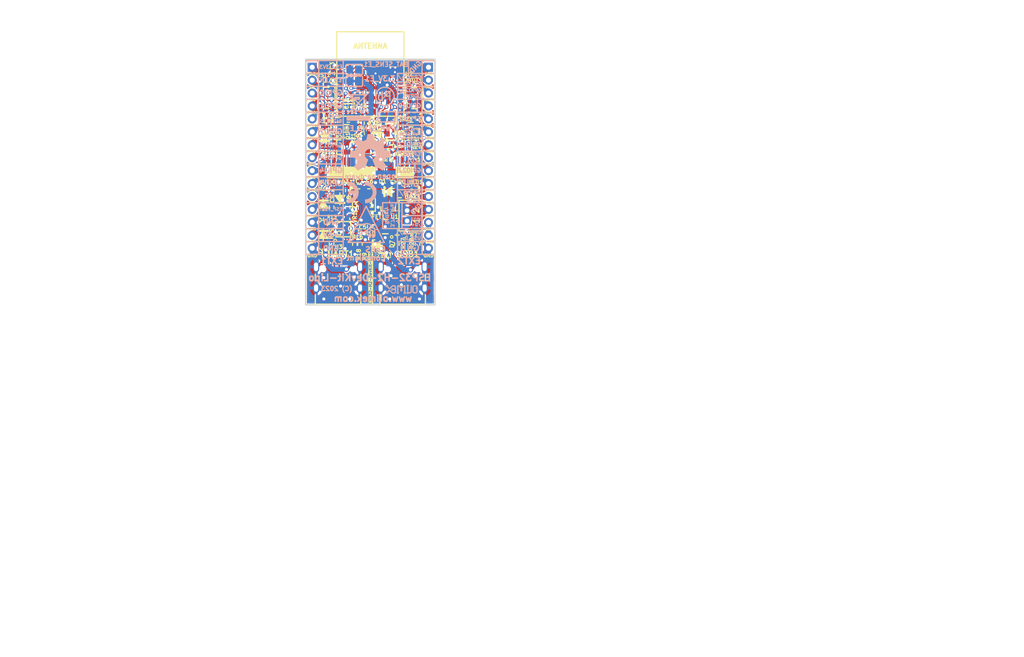
<source format=kicad_pcb>
(kicad_pcb (version 20221018) (generator pcbnew)
  (title_block (title "ESP32-H2-DevKit-LiPo") (date "2023-11-29") (rev "A") (company "OLIMEX LTD.") (comment 1 "https://www.olimex.com/"))
  (layers (0 "F.Cu" mixed) (31 "B.Cu" mixed) (34 "B.Paste" user) (35 "F.Paste" user) (36 "B.SilkS" user "B.Silkscreen") (37 "F.SilkS" user "F.Silkscreen") (38 "B.Mask" user) (39 "F.Mask" user) (44 "Edge.Cuts" user))
  (net 0 "")
  (net 1 "+5V")
  (net 2 "GND")
  (net 3 "/ESP_EN")
  (net 4 "/GPIO14")
  (net 5 "/ESP_3V3")
  (net 6 "Net-(BAT_SENS_E1-Pad1)")
  (net 7 "/GPIO2\\BAT_SENS")
  (net 8 "+3.3V")
  (net 11 "/GPIO3")
  (net 14 "/BUT1")
  (net 15 "Net-(U1-CHRGb)")
  (net 16 "/UD+")
  (net 17 "/UD-")
  (net 18 "Net-(U1-PROG)")
  (net 19 "VBAT")
  (net 20 "Net-(U3-CTS#)")
  (net 21 "Net-(T2-E)")
  (net 22 "Net-(T1-B)")
  (net 23 "Net-(T1-E)")
  (net 24 "Net-(T2-B)")
  (net 25 "/LDO_Vin")
  (net 26 "/VBUS1")
  (net 27 "Net-(U3-V3)")
  (net 28 "/GPIO13\\XTAL_32K_P")
  (net 29 "/GPIO14\\XTAL_32K_N")
  (net 30 "Net-(CHRG_LED1-K)")
  (net 31 "Net-(D3-K)")
  (net 32 "/GPIO23\\U0RXD")
  (net 33 "/GPIO24\\U0TXD")
  (net 34 "Net-(D4-A)")
  (net 35 "Net-(D5-K)")
  (net 36 "Net-(D6-K)")
  (net 37 "/VBUS2")
  (net 38 "/GPIO4\\FSPICLK(SPI2_CLK)")
  (net 39 "/GPIO1\\FSPICS0(SPI2_CS0)")
  (net 40 "/GPIO0\\FSPIQ(SPI2_MISO)")
  (net 41 "/GPIO13")
  (net 42 "/ESP_VBAT")
  (net 44 "/GPIO5\\FSPID(SPI2_MOSI)")
  (net 45 "/GPIO25\\PWR_SENS")
  (net 46 "/GPIO22\\I2C0_SDA")
  (net 47 "/GPIO11\\U1RXD")
  (net 48 "/GPIO10\\U1TXD")
  (net 49 "/GPIO8\\LED1")
  (net 50 "/GPIO12\\I2C0_SCL")
  (net 51 "/GPIO9\\BUT1")
  (net 52 "/USB_D+")
  (net 53 "/USB_D-")
  (net 54 "Net-(PWR_SENS_E1-Pad1)")
  (net 55 "Net-(UART1-CC2)")
  (net 56 "Net-(UART1-CC1)")
  (net 57 "Net-(STAT_LED1-A)")
  (net 58 "Net-(USB1-CC1)")
  (net 59 "Net-(USB1-CC2)")
  (footprint "OLIMEX_RLC-FP:C_0402_5MIL_DWS" (layer "F.Cu") (at 139.065 92.583 90)
    (fp_text reference "C8")
    (fp_text value "100nF/10V/20%/X5R/C0402")
  )
  (footprint "OLIMEX_RLC-FP:C_0402_5MIL_DWS" (layer "F.Cu") (at 134.62 67.564 180)
    (fp_text reference "C2")
    (fp_text value "10uF/6.3V/20%/X5R/C0402")
  )
  (footprint "OLIMEX_RLC-FP:C_0402_5MIL_DWS" (layer "F.Cu") (at 136.017 66.294 -90)
    (fp_text reference "C3")
    (fp_text value "100nF/10V/20%/X5R/C0402")
  )
  (footprint "OLIMEX_Diodes-FP:SOD-123_1C-2A_KA" (layer "F.Cu") (at 134.239 98.044 -90)
    (fp_text reference "D2")
    (fp_text value "1N5819S4/SOD123")
  )
  (footprint "OLIMEX_Diodes-FP:SOD-123_1C-2A_KA" (layer "F.Cu") (at 144.78 100.203)
    (fp_text reference "D7")
    (fp_text value "1N5819S4/SOD123")
  )
  (footprint "OLIMEX_Other-FP:Fiducial1x3" (layer "F.Cu") (at 151.765 108.585 90)
    (fp_text reference "FID2" hide)
    (fp_text value "Fiducial" hide)
  )
  (footprint "OLIMEX_Other-FP:Fiducial1x3" (layer "F.Cu") (at 152.273 65.024 90)
    (fp_text reference "FID3" hide)
    (fp_text value "Fiducial" hide)
  )
  (footprint "OLIMEX_Other-FP:Fiducial1x3_Paste" (layer "F.Cu") (at 134.493 64.643 90)
    (fp_text reference "FID4" hide)
    (fp_text value "Fiducial" hide)
  )
  (footprint "OLIMEX_RLC-FP:R_0402_5MIL_DWS" (layer "F.Cu") (at 140.462 99.822 -90)
    (fp_text reference "R18")
    (fp_text value "5.1k/1%/R0402")
  )
  (footprint "OLIMEX_RLC-FP:R_0402_5MIL_DWS" (layer "F.Cu") (at 135.89 99.822 -90)
    (fp_text reference "R19")
    (fp_text value "5.1k/1%/R0402")
  )
  (footprint "OLIMEX_RLC-FP:R_0402_5MIL_DWS" (layer "F.Cu") (at 152.781 99.822 -90)
    (fp_text reference "R28")
    (fp_text value "5.1k/1%/R0402")
  )
  (footprint "OLIMEX_Buttons-FP:YTS-A016-X" (layer "F.Cu") (at 134.874 71.12 -90)
    (fp_text reference "RST1")
    (fp_text value "YTS-A016-X" hide)
  )
  (footprint "OLIMEX_IC-FP:MSOP-10_Pitch-0.5mm_3.00x3.00x1.00mm" (layer "F.Cu") (at 138.176 96.901)
    (fp_text reference "U3")
    (fp_text value "CH340X(MSOP-10)")
  )
  (footprint "OLIMEX_RLC-FP:C_0402_5MIL_DWS" (layer "F.Cu") (at 143.232 88.519)
    (fp_text reference "C6")
    (fp_text value "10uF/6.3V/20%/X5R/C0402")
  )
  (footprint "OLIMEX_RLC-FP:C_0402_5MIL_DWS" (layer "F.Cu") (at 148.717 80.645 90)
    (fp_text reference "C1")
    (fp_text value "100nF/10V/20%/X5R/C0402")
  )
  (footprint "OLIMEX_RLC-FP:C_0402_5MIL_DWS" (layer "F.Cu") (at 134.366 74.549)
    (fp_text reference "C4")
    (fp_text value "1uF/6.3V/10%/X5R/C0402")
  )
  (footprint "OLIMEX_LEDs-FP:LED_0603_KA" (layer "F.Cu") (at 151.638 89.027 180)
    (fp_text reference "CHRG_LED1")
    (fp_text value "LED/YELLOW/0603")
  )
  (footprint "OLIMEX_Diodes-FP:SOD-123_1C-2A_KA" (layer "F.Cu") (at 147.071 89.535)
    (fp_text reference "D1")
    (fp_text value "1N5819S4/SOD123")
  )
  (footprint "OLIMEX_Transistors-FP:SOT23" (layer "F.Cu") (at 147.0025 92.67444 90)
    (fp_text reference "FET1")
    (fp_text value "WPM2015-3/TR")
  )
  (footprint "OLIMEX_Other-FP:Fiducial1x3" (layer "F.Cu") (at 135.255 108.585)
    (fp_text reference "FID1" hide)
    (fp_text value "Fiducial" hide)
  )
  (footprint "OLIMEX_RLC-FP:R_0402_5MIL_DWS" (layer "F.Cu") (at 150.241 98.171 180)
    (fp_text reference "R7")
    (fp_text value "2.2k/R0402")
  )
  (footprint "OLIMEX_RLC-FP:R_0402_5MIL_DWS" (layer "F.Cu") (at 149.987 80.645 -90)
    (fp_text reference "R5")
    (fp_text value "1M/R0402")
  )
  (footprint "OLIMEX_RLC-FP:R_0402_5MIL_DWS" (layer "F.Cu") (at 146.431 81.28 90)
    (fp_text reference "R2")
    (fp_text value "5.1k/1%/R0402")
  )
  (footprint "OLIMEX_IC-FP:SOT-23-5" (layer "F.Cu") (at 146.431 96.393)
    (fp_text reference "U1")
    (fp_text value "BL4054B-42TPRN(SOT23-5)")
  )
  (footprint "OLIMEX_Connectors-FP:USB2.0_TYPE-C(A40-00119-A52-12)_Paste" (layer "F.Cu") (at 149.86 107.315 -90)
    (fp_text reference "USB1")
    (fp_text value "USB-C-16P-F(A40-00119-A52-12)")
  )
  (footprint "OLIMEX_LEDs-FP:LED_0603_KA" (layer "F.Cu") (at 151.638 77.724 180)
    (fp_text reference "STAT_LED1")
    (fp_text value "LED/Green/0603")
  )
  (footprint "OLIMEX_RLC-FP:R_0402_5MIL_DWS" (layer "F.Cu") (at 151.638 76.327)
    (fp_text reference "R23")
    (fp_text value "2.2k/R0402")
  )
  (footprint "OLIMEX_RLC-FP:C_0402_5MIL_DWS" (layer "F.Cu") (at 141.2 88.519)
    (fp_text reference "C7")
    (fp_text value "10uF/6.3V/20%/X5R/C0402")
  )
  (footprint "OLIMEX_RLC-FP:R_0402_5MIL_DWS" (layer "F.Cu") (at 149.479 76.581 90)
    (fp_text reference "R25")
    (fp_text value "2.2k/R0402")
  )
  (footprint "OLIMEX_Buttons-FP:YTS-A016-X" (layer "F.Cu") (at 152.146 71.12 -90)
    (fp_text reference "BUT1")
    (fp_text value "YTS-A016-X" hide)
  )
  (footprint "OLIMEX_RLC-FP:R_0402_5MIL_DWS" (layer "F.Cu") (at 140.716 97.028 90)
    (fp_text reference "R16")
    (fp_text value "4.7k/R0402")
  )
  (footprint "OLIMEX_Connectors-FP:USB2.0_TYPE-C(A40-00119-A52-12)_Paste" (layer "F.Cu") (at 137.16 107.315 -90)
    (fp_text reference "UART1")
    (fp_text value "USB-C-16P-F(A40-00119-A52-12)")
  )
  (footprint "OLIMEX_RLC-FP:R_0402_5MIL_DWS" (layer "F.Cu") (at 141.224 80.01 -90)
    (fp_text reference "R21")
    (fp_text value "2.2k/R0402")
  )
  (footprint "OLIMEX_Transistors-FP:SOT23" (layer "F.Cu") (at 137.541 80.772)
    (fp_text reference "T1")
    (fp_text value "BC817-40(SOT23)")
  )
  (footprint "OLIMEX_Transistors-FP:SOT23" (layer "F.Cu") (at 143.85544 80.518 180)
    (fp_text reference "T2")
    (fp_text value "BC817-40(SOT23)")
  )
  (footprint "OLIMEX_RLC-FP:R_0402_5MIL_DWS" (layer "F.Cu") (at 136.144 79.121 -90)
    (fp_text reference "R26")
    (fp_text value "10k/R0402")
  )
  (footprint "OLIMEX_Connectors-FP:LIPO_BAT_VERTICAL_DW02S" (layer "F.Cu") (at 154.26636 94.22765 90)
    (fp_text reference "BAT1")
    (fp_text value "DW02S")
  )
  (footprint "OLIMEX_RLC-FP:R_0402_5MIL_DWS" (layer "F.Cu") (at 151.257 80.645 -90)
    (fp_text reference "R1")
    (fp_text value "4.7M/R0402")
  )
  (footprint "OLIMEX_RLC-FP:C_0402_5MIL_DWS" (layer "F.Cu") (at 143.383 96.393 -90)
    (fp_text reference "C5")
    (fp_text value "10uF/6.3V/20%/X5R/C0402")
  )
  (footprint "OLIMEX_RLC-FP:R_0402_5MIL_DWS" (layer "F.Cu") (at 146.05 76.073 90)
    (fp_text reference "R6")
    (fp_text value "10k/R0402")
  )
  (footprint "OLIMEX_RLC-FP:R_0402_5MIL_DWS" (layer "F.Cu") (at 141.478 99.822 -90)
    (fp_text reference "R9")
    (fp_text value "10k/R0402")
  )
  (footprint "OLIMEX_RLC-FP:R_0402_5MIL_DWS" (layer "F.Cu") (at 134.366 75.565 180)
    (fp_text reference "R8")
    (fp_text value "10k/R0402")
  )
  (footprint "OLIMEX_RLC-FP:R_0402_5MIL_DWS" (layer "F.Cu") (at 148.717 99.822 -90)
    (fp_text reference "R27")
    (fp_text value "5.1k/1%/R0402")
  )
  (footprint "OLIMEX_RLC-FP:R_0402_5MIL_DWS" (layer "F.Cu") (at 142.748 76.073 90)
    (fp_text reference "R22")
    (fp_text value "2.2k/R0402")
  )
  (footprint "OLIMEX_Connectors-FP:BM10B-SRSS-TB" (layer "F.Cu") (at 139.7508 84.991 180)
    (fp_text reference "pUEXT1")
    (fp_text value "SH1.0-10P-180D")
  )
  (footprint "OLIMEX_RLC-FP:R_0402_5MIL_DWS" (layer "F.Cu") (at 147.574 81.28 -90)
    (fp_text reference "R3")
    (fp_text value "10k/R0402")
  )
  (footprint "OLIMEX_RLC-FP:R_0402_5MIL_DWS" (layer "F.Cu") (at 144.145 98.552)
    (fp_text reference "R10")
    (fp_text value "10k/R0402")
  )
  (footprint "OLIMEX_RLC-FP:R_0402_5MIL_DWS" (layer "F.Cu") (at 140.208 81.28 -90)
    (fp_text reference "R20")
    (fp_text value "2.2k/R0402")
  )
  (footprint "OLIMEX_RLC-FP:R_0402_5MIL_DWS" (layer "F.Cu") (at 136.144 76.835 -90)
    (fp_text reference "R14")
    (fp_text value "0R/R0402")
  )
  (footprint "OLIMEX_RLC-FP:R_0402_5MIL_DWS" (layer "F.Cu") (at 147.193 76.073 -90)
    (fp_text reference "R4")
    (fp_text value "NA(10k/R0402)")
  )
  (footprint "OLIMEX_Connectors-FP:BM04B-SRSS-TB" (layer "F.Cu") (at 150.2664 84.991 180)
    (fp_text reference "QWST1")
    (fp_text value "SH1.0-4P-180D")
  )
  (footprint "OLIMEX_RLC-FP:R_0402_5MIL_DWS" (layer "F.Cu") (at 135.763 95.758 90)
    (fp_text reference "R13")
    (fp_text value "10k/R0402")
  )
  (footprint "OLIMEX_RLC-FP:R_0402_5MIL_DWS" (layer "F.Cu") (at 139.065 89.281 90)
    (fp_text reference "R11")
    (fp_text value "NA(10k/R0402)")
  )
  (footprint "OLIMEX_Diodes-FP:SOD-123_1C-2A_KA" (layer "F.Cu") (at 137.541 90.932 90)
    (fp_text reference "D3")
    (fp_text value "1N5819S4/SOD123")
  )
  (footprint "OLIMEX_RLC-FP:R_0402_5MIL_DWS" (layer "F.Cu") (at 152.146 74.422)
    (fp_text reference "R24")
    (fp_text value "220R/R0402")
  )
  (footprint "OLIMEX_Crystal-FP:CM7V-T1A(Crystal_Package-1206_3.20x1.50x0.65mm)" (layer "F.Cu") (at 138.811 77.089)
    (fp_text reference "Q1")
    (fp_text value "NA(Q32.768kHz/12.5pF/2P/SMD1206)")
  )
  (footprint "OLIMEX_Diodes-FP:SOD-123_1C-2A_KA" (layer "F.Cu") (at 134.239 92.075 -90)
    (fp_text reference "D4")
    (fp_text value "1N5819S4/SOD123")
  )
  (footprint "OLIMEX_RLC-FP:R_0402_5MIL_DWS" (layer "F.Cu") (at 135.89 89.281 90)
    (fp_text reference "R12")
    (fp_text value "10k/R0402")
  )
  (footprint "OLIMEX_Diodes-FP:SOD-123_1C-2A_KA" (layer "F.Cu") (at 144.907 77.978)
    (fp_text reference "D6")
    (fp_text value "1N5819S4/SOD123")
  )
  (footprint "OLIMEX_RLC-FP:R_0402_5MIL_DWS" (layer "F.Cu") (at 139.192 75.438)
    (fp_text reference "R15")
    (fp_text value "NA(4.7M/R0402)")
  )
  (footprint "OLIMEX_Regulators-FP:SOT89-3" (layer "F.Cu") (at 142.24 92.017 180)
    (fp_text reference "VR1")
    (fp_text value "WL9005P3-33(SOT89-3)")
  )
  (footprint "OLIMEX_Diodes-FP:SOD-123_1C-2A_KA" (layer "F.Cu") (at 134.493 78.74 90)
    (fp_text reference "D5")
    (fp_text value "1N5819S4/SOD123")
  )
  (footprint "OLIMEX_RLC-FP:C_0402_5MIL_DWS" (layer "F.Cu") (at 141.224 75.438 180)
    (fp_text reference "C11")
    (fp_text value "NA(24pF/50V/5%/C0G/C0402)")
  )
  (footprint "OLIMEX_RLC-FP:C_0402_5MIL_DWS" (layer "F.Cu") (at 137.16 75.438)
    (fp_text reference "C10")
    (fp_text value "NA(24pF/50V/5%/C0G/C0402)")
  )
  (footprint "OLIMEX_Cases-FP:ESP32-­C3-­MINI­-1" (layer "F.Cu") (at 143.5096 69.0977)
    (fp_text reference "U2")
    (fp_text value "ESP32-H2-MINI-1-N4")
  )
  (footprint "OLIMEX_RLC-FP:C_0402_5MIL_DWS" (layer "F.Cu") (at 135.89 92.583 90)
    (fp_text reference "C9")
    (fp_text value "100nF/10V/20%/X5R/C0402")
  )
  (footprint "OLIMEX_RLC-FP:R_0402_5MIL_DWS" (layer "F.Cu") (at 141.478 76.962 -90)
    (fp_text reference "R17")
    (fp_text value "0R/R0402")
  )
  (footprint "OLIMEX_Signs-FP:Sign_Antistatic" (layer "B.Cu") (at 146.2425 99.5065 180)
    (fp_text reference "Sign_Antistatic" hide)
    (fp_text value "Sign_Antistatic" hide)
  )
  (footprint "OLIMEX_Signs-FP:Sign_OSHW_8x8" (layer "B.Cu") (at 143.52143 82.28369 180)
    (fp_text reference "Sign_OSHW_8x8" hide)
    (fp_text value "Sign_OSHW_8x8" hide)
  )
  (footprint "OLIMEX_Signs-FP:Sign_PB-Free" (layer "B.Cu") (at 146.177 71.12 180)
    (fp_text reference "Sign_PB-Free" hide)
    (fp_text value "Sign_PB-Free")
  )
  (footprint "OLIMEX_Signs-FP:Sign_RecycleBin_1" (layer "B.Cu") (at 143.51 75.565 180)
    (fp_text reference "Sign_RecycleBin_1" hide)
    (fp_text value "Sign_RecycleBin_1" hide)
  )
  (footprint "OLIMEX_Signs-FP:CE_Sign" (layer "B.Cu") (at 140.843 89.662 180)
    (fp_text reference "Sign_CE" hide)
    (fp_text value "CE_Sign" hide)
  )
  (footprint "OLIMEX_Connectors-FP:HN1x15" (layer "B.Cu") (at 132.08 82.855 -90)
    (fp_text reference "EXT1")
    (fp_text value "HN1x15")
  )
  (footprint "OLIMEX_Connectors-FP:HN1x15" (layer "B.Cu") (at 154.94 82.855 -90)
    (fp_text reference "EXT2")
    (fp_text value "HN1x15")
  )
  (footprint "OLIMEX_Signs-FP:Logo_OLIMEX_80" (layer "B.Cu") (at 149.733 108.712 180)
    (fp_text reference "Logo_OLIMEX_80" hide)
    (fp_text value "Logo_OLIMEX_80" hide)
  )
  (footprint "OLIMEX_Jumpers-FP:SJ" (layer "B.Cu") (at 146.812 74.803)
    (fp_text reference "PWR_SENS_E1")
    (fp_text value "Opened")
  )
  (footprint "OLIMEX_Jumpers-FP:SJ" (layer "B.Cu") (at 140.335 65.532 180)
    (fp_text reference "BAT_SENS_E1")
    (fp_text value "Opened")
  )
  (footprint "OLIMEX_Jumpers-FP:SJ_Closed" (layer "B.Cu") (at 140.335 67.818 180)
    (fp_text reference "3.3V_E1")
    (fp_text value "Closed")
  )
  (gr_line (start 131.064 99.314) (end 138.176 99.314) (stroke (width 0.254)) (layer "B.SilkS"))
  (gr_line (start 131.064 96.774) (end 138.176 96.774) (stroke (width 0.254)) (layer "B.SilkS"))
  (gr_line (start 131.064 94.234) (end 138.176 94.234) (stroke (width 0.254)) (layer "B.SilkS"))
  (gr_line (start 131.064 91.694) (end 138.176 91.694) (stroke (width 0.254)) (layer "B.SilkS"))
  (gr_line (start 131.064 89.154) (end 138.176 89.154) (stroke (width 0.254)) (layer "B.SilkS"))
  (gr_line (start 131.064 86.614) (end 138.176 86.614) (stroke (width 0.254)) (layer "B.SilkS"))
  (gr_line (start 131.064 84.074) (end 138.176 84.074) (stroke (width 0.254)) (layer "B.SilkS"))
  (gr_line (start 131.064 81.534) (end 138.176 81.534) (stroke (width 0.254)) (layer "B.SilkS"))
  (gr_line (start 131.064 78.994) (end 138.176 78.994) (stroke (width 0.254)) (layer "B.SilkS"))
  (gr_line (start 131.064 76.454) (end 138.176 76.454) (stroke (width 0.254)) (layer "B.SilkS"))
  (gr_line (start 131.064 73.914) (end 138.176 73.914) (stroke (width 0.254)) (layer "B.SilkS"))
  (gr_line (start 131.064 68.834) (end 138.176 68.834) (stroke (width 0.254)) (layer "B.SilkS"))
  (gr_line (start 131.064 66.294) (end 138.176 66.294) (stroke (width 0.254)) (layer "B.SilkS"))
  (gr_line (start 148.844 66.294) (end 155.956 66.294) (stroke (width 0.254)) (layer "B.SilkS"))
  (gr_line (start 148.844 91.694) (end 148.844 66.294) (stroke (width 0.254)) (layer "B.SilkS"))
  (gr_line (start 148.844 68.834) (end 155.956 68.834) (stroke (width 0.254)) (layer "B.SilkS"))
  (gr_line (start 148.844 71.374) (end 155.956 71.374) (stroke (width 0.254)) (layer "B.SilkS"))
  (gr_line (start 148.844 73.914) (end 155.956 73.914) (stroke (width 0.254)) (layer "B.SilkS"))
  (gr_line (start 148.844 76.454) (end 155.956 76.454) (stroke (width 0.254)) (layer "B.SilkS"))
  (gr_line (start 148.844 78.994) (end 155.956 78.994) (stroke (width 0.254)) (layer "B.SilkS"))
  (gr_line (start 148.844 81.534) (end 155.956 81.534) (stroke (width 0.254)) (layer "B.SilkS"))
  (gr_line (start 148.844 84.074) (end 155.956 84.074) (stroke (width 0.254)) (layer "B.SilkS"))
  (gr_line (start 148.844 86.614) (end 155.956 86.614) (stroke (width 0.254)) (layer "B.SilkS"))
  (gr_line (start 148.844 96.774) (end 155.956 96.774) (stroke (width 0.254)) (layer "B.SilkS"))
  (gr_line (start 148.844 99.314) (end 155.956 99.314) (stroke (width 0.254)) (layer "B.SilkS"))
  (gr_line (start 148.844 101.854) (end 155.956 101.854) (stroke (width 0.254)) (layer "B.SilkS"))
  (gr_line (start 151.003 63.754) (end 156.21 63.754) (stroke (width 0.254)) (layer "B.SilkS"))
  (gr_line (start 130.81 63.754) (end 138.176 63.754) (stroke (width 0.254)) (layer "B.SilkS"))
  (gr_line (start 138.176 101.854) (end 138.176 63.754) (stroke (width 0.254)) (layer "B.SilkS"))
  (gr_line (start 131.064 71.374) (end 138.176 71.374) (stroke (width 0.254)) (layer "B.SilkS"))
  (gr_line (start 148.844 91.694) (end 155.956 91.694) (stroke (width 0.254)) (layer "B.SilkS"))
  (gr_line (start 149.733 94.234) (end 155.956 94.234) (stroke (width 0.254)) (layer "B.SilkS"))
  (gr_line (start 148.844 89.154) (end 155.956 89.154) (stroke (width 0.254)) (layer "B.SilkS"))
  (gr_line (start 149.733 91.694) (end 149.733 96.647) (stroke (width 0.254)) (layer "B.SilkS"))
  (gr_line (start 145.923 96.774) (end 148.844 96.774) (stroke (width 0.254)) (layer "B.SilkS"))
  (gr_line (start 148.844 91.694) (end 145.923 91.694) (stroke (width 0.254)) (layer "B.SilkS"))
  (gr_line (start 148.844 96.774) (end 148.844 101.854) (stroke (width 0.254)) (layer "B.SilkS"))
  (gr_line (start 145.923 91.694) (end 145.923 96.774) (stroke (width 0.254)) (layer "B.SilkS"))
  (gr_line (start 151.003 63.754) (end 151.003 66.167) (stroke (width 0.254)) (layer "B.SilkS"))
  (gr_line (start 131.064 101.854) (end 138.176 101.854) (stroke (width 0.254)) (layer "B.SilkS"))
  (gr_circle (center 136.6012 99.1108) (end 136.8552 99.1108) (stroke (width 0.2032)) (fill none) (layer "F.SilkS"))
  (gr_circle (center 147.701 98.425) (end 147.701 98.679) (stroke (width 0.2032)) (fill none) (layer "F.SilkS"))
  (gr_line locked (start 156.21 111.76) (end 156.21 63.5) (stroke (width 0.254)) (layer "Edge.Cuts"))
  (gr_line locked (start 130.81 111.76) (end 156.21 111.76) (stroke (width 0.254)) (layer "Edge.Cuts"))
  (gr_line locked (start 156.21 63.5) (end 130.81 63.5) (stroke (width 0.254)) (layer "Edge.Cuts"))
  (gr_line locked (start 130.81 63.5) (end 130.81 111.76) (stroke (width 0.254)) (layer "Edge.Cuts"))
  (gr_text "GPIO0" (at 135.763 70.104) (layer "B.SilkS") (effects (font (size 1.016 1.016) (thickness 0.254) bold) (justify mirror)))
  (gr_text "GPIO14" (at 135.763 82.804) (layer "B.SilkS") (effects (font (size 0.8128 0.8128) (thickness 0.2032)) (justify mirror)))
  (gr_text "GPIO4" (at 135.763 85.344) (layer "B.SilkS") (effects (font (size 1.016 1.016) (thickness 0.254)) (justify mirror)))
  (gr_text "GPIO5" (at 135.763 87.884) (layer "B.SilkS") (effects (font (size 1.016 1.016) (thickness 0.254)) (justify mirror)))
  (gr_text "NC" (at 135.509 90.424) (layer "B.SilkS") (effects (font (size 1.016 1.016) (thickness 0.254)) (justify mirror)))
  (gr_text "GPIO24/\nU0TXD" (at 153.67 67.615) (layer "B.SilkS") (effects (font (size 0.7112 0.7112) (thickness 0.1778)) (justify left mirror)))
  (gr_text "GPIO23/\nU0RXD" (at 153.67 70.155) (layer "B.SilkS") (effects (font (size 0.7112 0.7112) (thickness 0.1778)) (justify left mirror)))
  (gr_text "GPIO22" (at 151.257 85.344) (layer "B.SilkS") (effects (font (size 0.8128 0.8128) (thickness 0.2032)) (justify mirror)))
  (gr_text "GND" (at 152.527 92.964 45) (layer "B.SilkS") (effects (font (size 0.8128 0.8128) (thickness 0.2032)) (justify mirror)))
  (gr_text "IO27" (at 153.543 94.996) (layer "B.SilkS") (effects (font (size 0.5588 0.5588) (thickness 0.1397) bold) (justify left mirror)))
  (gr_text locked "ESP32-H2-DevKit-Lipo" (at 143.383 106.426) (layer "B.SilkS") (effects (font (size 1.3208 1.3208) (thickness 0.3175)) (justify mirror)))
  (gr_text "+" (at 148.971 95.25) (layer "B.SilkS") (effects (font (size 0.889 0.889) (thickness 0.22225)) (justify mirror)))
  (gr_text "GPIO2/\nBAT_SENS" (at 138.049 75.184) (layer "B.SilkS") (effects (font (size 0.6096 0.6096) (thickness 0.1524)) (justify left mirror)))
  (gr_text "GND" (at 152.3746 65.0494 45) (layer "B.SilkS") (effects (font (size 0.889 0.889) (thickness 0.22225)) (justify mirror)))
  (gr_text "3.7V LiPo\nBattery" (at 147.32 94.234 270) (layer "B.SilkS") (effects (font (size 0.635 0.635) (thickness 0.15875)) (justify mirror)))
  (gr_text "ESP_EN" (at 135.763 67.564) (layer "B.SilkS") (effects (font (size 0.762 0.762) (thickness 0.1905)) (justify mirror)))
  (gr_text "GPIO1" (at 135.763 72.644) (layer "B.SilkS") (effects (font (size 1.016 1.016) (thickness 0.254)) (justify mirror)))
  (gr_text "GPIO13" (at 135.763 80.391) (layer "B.SilkS") (effects (font (size 0.8128 0.8128) (thickness 0.2032)) (justify mirror)))
  (gr_text "ESP_VBAT" (at 135.763 92.964) (layer "B.SilkS") (effects (font (size 0.635 0.635) (thickness 0.15875)) (justify mirror)))
  (gr_text "GND" (at 135.763 95.504) (layer "B.SilkS") (effects (font (size 1.016 1.016) (thickness 0.254)) (justify mirror)))
  (gr_text "+5V" (at 135.763 98.044) (layer "B.SilkS") (effects (font (size 1.016 1.016) (thickness 0.254)) (justify mirror)))
  (gr_text "GND" (at 135.763 100.711) (layer "B.SilkS") (effects (font (size 1.016 1.016) (thickness 0.254)) (justify mirror)))
  (gr_text "GPIO10" (at 151.257 72.644) (layer "B.SilkS") (effects (font (size 0.8128 0.8128) (thickness 0.2032)) (justify mirror)))
  (gr_text "GPIO12" (at 151.257 80.264) (layer "B.SilkS") (effects (font (size 0.8128 0.8128) (thickness 0.2032)) (justify mirror)))
  (gr_text "GND" (at 151.257 100.584) (layer "B.SilkS") (effects (font (size 1.27 1.27) (thickness 0.254)) (justify mirror)))
  (gr_text " /D+" (at 153.924 96.012) (layer "B.SilkS") (effects (font (size 0.5588 0.5588) (thickness 0.1397) bold) (justify left mirror)))
  (gr_text "-" (at 148.971 93.218) (layer "B.SilkS") (effects (font (size 0.889 0.889) (thickness 0.22225)) (justify mirror)))
  (gr_text locked "(C) 2023" (at 136.906 108.585) (layer "B.SilkS") (effects (font (size 0.889 0.889) (thickness 0.22225)) (justify mirror)))
  (gr_text locked "www.olimex.com" (at 144.018 110.49) (layer "B.SilkS") (effects (font (size 1.27 1.27) (thickness 0.3048) bold) (justify mirror)))
  (gr_text locked "RoHS \nCompliant" (at 146.685 101.727) (layer "B.SilkS") (effects (font (size 1.016 1.016) (thickness 0.254) bold) (justify left mirror)))
  (gr_text "GPIO9/\nBUT1" (at 153.543 90.475) (layer "B.SilkS") (effects (font (size 0.762 0.762) (thickness 0.1905) bold) (justify left mirror)))
  (gr_text "GND" (at 151.257 87.884) (layer "B.SilkS") (effects (font (size 1.27 1.27) (thickness 0.254)) (justify mirror)))
  (gr_text "GPIO26/\nUSB_D-" (at 153.543 98.095) (layer "B.SilkS") (effects (font (size 0.6604 0.6604) (thickness 0.1651) bold) (justify left mirror)))
  (gr_text "ESP_3V3" (at 135.763 65.024) (layer "B.SilkS") (effects (font (size 0.7112 0.7112) (thickness 0.1778)) (justify mirror)))
  (gr_text "GPIO25/\nPWR_SENS" (at 153.543 77.775) (layer "B.SilkS") (effects (font (size 0.5588 0.5588) (thickness 0.1397)) (justify left mirror)))
  (gr_text "GPIO8/\nLED1" (at 153.543 82.804) (layer "B.SilkS") (effects (font (size 0.762 0.762) (thickness 0.1905) bold) (justify left mirror)))
  (gr_text "GPIO11" (at 151.257 75.184) (layer "B.SilkS") (effects (font (size 0.8128 0.8128) (thickness 0.2032)) (justify mirror)))
  (gr_text "GPIO3" (at 135.763 77.724) (layer "B.SilkS") (effects (font (size 1.016 1.016) (thickness 0.254)) (justify mirror)))
  (gr_text "EN" (at 132.08 68.9102) (layer "F.SilkS") (effects (font (size 0.508 0.508) (thickness 0.127))))
  (gr_text "IO0" (at 132.1435 71.4502) (layer "F.SilkS") (effects (font (size 0.508 0.508) (thickness 0.127))))
  (gr_text "GPIO13" (at 132.3975 81.6102) (layer "F.SilkS") (effects (font (size 0.508 0.508) (thickness 0.127))))
  (gr_text "IO14" (at 132.08 84.1502) (layer "F.SilkS") (effects (font (size 0.508 0.508) (thickness 0.127))))
  (gr_text "GPIO4" (at 132.1308 86.6902) (layer "F.SilkS") (effects (font (size 0.508 0.508) (thickness 0.127))))
  (gr_text "GPIO5" (at 132.1308 89.2302) (layer "F.SilkS") (effects (font (size 0.508 0.508) (thickness 0.127))))
  (gr_text "NC" (at 132.1435 91.7702) (layer "F.SilkS") (effects (font (size 0.508 0.508) (thickness 0.127))))
  (gr_text "GND" (at 154.94 66.3702) (layer "F.SilkS") (effects (font (size 0.508 0.508) (thickness 0.127))))
  (gr_text "IO24" (at 154.94 68.9102) (layer "F.SilkS") (effects (font (size 0.508 0.508) (thickness 0.127))))
  (gr_text "GPIO25" (at 154.686 79.0702) (layer "F.SilkS") (effects (font (size 0.508 0.508) (thickness 0.127))))
  (gr_text "GPIO8" (at 154.8892 84.1502) (layer "F.SilkS") (effects (font (size 0.508 0.508) (thickness 0.127))))
  (gr_text "IO22" (at 154.94 86.6902) (layer "F.SilkS") (effects (font (size 0.508 0.508) (thickness 0.127))))
  (gr_text "GND" (at 154.94 94.3102) (layer "F.SilkS") (effects (font (size 0.508 0.508) (thickness 0.127))))
  (gr_text "GPIO26" (at 154.686 99.3902) (layer "F.SilkS") (effects (font (size 0.508 0.508) (thickness 0.127))))
  (gr_text "ESP32-H2-DevKit-Lipo" (at 143.51 106.5276 90) (layer "F.SilkS" knockout) (effects (font (size 0.5588 0.5588) (thickness 0.127) bold)))
  (gr_text "Rev.A" (at 145.923 102.0318) (layer "F.SilkS" knockout) (effects (font (size 0.762 0.762) (thickness 0.1905))))
  (gr_text "GND" (at 154.94 102.108) (layer "F.SilkS") (effects (font (size 0.635 0.635) (thickness 0.15875) bold)))
  (gr_text "GPIO12" (at 154.686 81.6102) (layer "F.SilkS") (effects (font (size 0.508 0.508) (thickness 0.127))))
  (gr_text "GND" (at 154.94 89.2302) (layer "F.SilkS") (effects (font (size 0.508 0.508) (thickness 0.127))))
  (gr_text "IO27" (at 154.94 96.8502) (layer "F.SilkS") (effects (font (size 0.508 0.508) (thickness 0.127))))
  (gr_text "+" (at 148.844 98.044 -90) (layer "F.SilkS") (effects (font (size 1.016 1.016) (thickness 0.254))))
  (gr_text "+3.3V" (at 131.953 66.3702) (layer "F.SilkS") (effects (font (size 0.508 0.508) (thickness 0.127))))
  (gr_text "GPIO1" (at 132.1435 73.9902) (layer "F.SilkS") (effects (font (size 0.508 0.508) (thickness 0.127))))
  (gr_text "GPIO2" (at 132.1435 76.5302) (layer "F.SilkS") (effects (font (size 0.508 0.508) (thickness 0.127))))
  (gr_text "GPIO3" (at 132.1435 79.0702) (layer "F.SilkS") (effects (font (size 0.508 0.508) (thickness 0.127))))
  (gr_text "VBAT" (at 132.1435 94.3102) (layer "F.SilkS") (effects (font (size 0.508 0.508) (thickness 0.127))))
  (gr_text "GND" (at 132.08 96.8502) (layer "F.SilkS") (effects (font (size 0.508 0.508) (thickness 0.127))))
  (gr_text "GPIO11" (at 154.686 76.5302) (layer "F.SilkS") (effects (font (size 0.508 0.508) (thickness 0.127))))
  (gr_text "IO10" (at 154.94 73.9902) (layer "F.SilkS") (effects (font (size 0.508 0.508) (thickness 0.127))))
  (gr_text "IO23" (at 154.94 71.4502) (layer "F.SilkS") (effects (font (size 0.508 0.508) (thickness 0.127))))
  (gr_text "GPIO9" (at 154.8892 91.7702) (layer "F.SilkS") (effects (font (size 0.508 0.508) (thickness 0.127))))
  (gr_text "GND" (at 132.08 102.108) (layer "F.SilkS") (effects (font (size 0.635 0.635) (thickness 0.15875) bold)))
  (gr_text "-" (at 149.225 90.805 180) (layer "F.SilkS") (effects (font (size 1.016 1.016) (thickness 0.254))))
  (gr_text "+5V" (at 132.08 99.3902) (layer "F.SilkS") (effects (font (size 0.508 0.508) (thickness 0.127))))
  (segment (start 137.795 97.409) (end 135.128 97.409) (width 1.016) (layer "F.Cu") (net 1))
  (segment (start 146.939 87.63) (end 146.5124 87.2034) (width 0.2) (layer "F.Cu") (net 1))
  (segment (start 143.383 95.885) (end 143.383 95.504) (width 0.508) (layer "F.Cu") (net 1))
  (segment (start 144.46 95.443) (end 144.399 95.504) (width 0.508) (layer "F.Cu") (net 1))
  (segment (start 143.383 95.504) (end 144.399 95.504) (width 0.762) (layer "F.Cu") (net 1))
  (segment (start 134.239 96.144) (end 134.107 96.144) (width 1.016) (layer "F.Cu") (net 1))
  (segment (start 132.156 98.095) (end 132.08 98.095) (width 1.016) (layer "F.Cu") (net 1))
  (segment (start 146.558 89.535) (end 147.828 89.535) (width 1.016) (layer "F.Cu") (net 1))
  (segment (start 150.749 89.154) (end 150.876 89.027) (width 0.508) (layer "F.Cu") (net 1))
  (segment (start 147.95246 91.567) (end 148.209 91.31046) (width 1.016) (layer "F.Cu") (net 1))
  (segment (start 142.515 99.208) (end 142.515 98.959348) (width 1.016) (layer "F.Cu") (net 1))
  (segment (start 142.88 99.573) (end 142.515 99.208) (width 1.016) (layer "F.Cu") (net 1))
  (segment (start 142.160348 99.314) (end 142.515 98.959348) (width 0.508) (layer "F.Cu") (net 1))
  (segment (start 145.131 95.443) (end 144.46 95.443) (width 0.508) (layer "F.Cu") (net 1))
  (segment (start 141.478 99.314) (end 142.160348 99.314) (width 0.508) (layer "F.Cu") (net 1))
  (segment (start 134.239 96.52) (end 134.239 96.144) (width 1.016) (layer "F.Cu") (net 1))
  (segment (start 146.5124 87.2034) (end 146.5124 82.2504) (width 0.2) (layer "F.Cu") (net 1))
  (segment (start 142.515 98.959348) (end 142.515 98.065) (width 1.016) (layer "F.Cu") (net 1))
  (segment (start 142.515 98.065) (end 142.24 97.79) (width 1.016) (layer "F.Cu") (net 1))
  (segment (start 142.367 97.663) (end 142.367 96.3422) (width 0.762) (layer "F.Cu") (net 1))
  (segment (start 142.367 96.3422) (end 143.2052 95.504) (width 0.762) (layer "F.Cu") (net 1))
  (segment (start 146.939 89.535) (end 146.939 87.63) (width 0.2) (layer "F.Cu") (net 1))
  (segment (start 148.971 89.535) (end 148.209 89.535) (width 1.016) (layer "F.Cu") (net 1))
  (segment (start 142.88 100.203) (end 142.88 99.573) (width 1.016) (layer "F.Cu") (net 1))
  (segment (start 148.971 89.535) (end 149.352 89.154) (width 0.508) (layer "F.Cu") (net 1))
  (segment (start 146.431 81.788) (end 146.431 82.169) (width 0.508) (layer "F.Cu") (net 1))
  (segment (start 142.24 97.79) (end 142.367 97.663) (width 0.762) (layer "F.Cu") (net 1))
  (segment (start 146.5124 82.2504) (end 146.431 82.169) (width 0.2) (layer "F.Cu") (net 1))
  (segment (start 143.2052 95.504) (end 143.383 95.504) (width 0.762) (layer "F.Cu") (net 1))
  (segment (start 134.107 96.144) (end 132.156 98.095) (width 1.016) (layer "F.Cu") (net 1))
  (segment (start 148.209 89.535) (end 147.828 89.535) (width 1.016) (layer "F.Cu") (net 1))
  (segment (start 149.352 89.154) (end 150.749 89.154) (width 0.508) (layer "F.Cu") (net 1))
  (segment (start 148.209 91.31046) (end 148.209 89.535) (width 1.016) (layer "F.Cu") (net 1))
  (segment (start 135.128 97.409) (end 134.239 96.52) (width 1.016) (layer "F.Cu") (net 1))
  (via (at 137.795 97.409) (size 1) (drill 0.6) (layers "F.Cu" "B.Cu") (net 1))
  (via (at 136.652 97.409) (size 1) (drill 0.6) (layers "F.Cu" "B.Cu") (net 1))
  (via (at 142.24 97.79) (size 1) (drill 0.6) (layers "F.Cu" "B.Cu") (net 1))
  (via (at 142.515 98.959348) (size 1) (drill 0.6) (layers "F.Cu" "B.Cu") (net 1))
  (via (at 147.828 89.535) (size 1) (drill 0.6) (layers "F.Cu" "B.Cu") (net 1))
  (via (at 146.558 89.535) (size 1) (drill 0.6) (layers "F.Cu" "B.Cu") (net 1))
  (segment (start 136.652 97.409) (end 137.795 97.409) (width 1.016) (layer "B.Cu") (net 1))
  (segment (start 146.558 89.535) (end 147.066 89.535) (width 1.016) (layer "B.Cu") (net 1))
  (segment (start 147.828 89.535) (end 147.828 90.297) (width 1.016) (layer "B.Cu") (net 1))
  (segment (start 145.042 95.877) (end 143.108 97.811) (width 1.016) (layer "B.Cu") (net 1))
  (segment (start 142.515 98.959348) (end 142.515 97.811) (width 1.016) (layer "B.Cu") (net 1))
  (segment (start 147.828 93.091) (end 145.788 95.131) (width 1.016) (layer "B.Cu") (net 1))
  (segment (start 145.788 95.131) (end 145.781262 95.131) (width 1.016) (layer "B.Cu") (net 1))
  (segment (start 146.558 89.535) (end 147.828 89.535) (width 1.016) (layer "B.Cu") (net 1))
  (segment (start 142.515 98.959348) (end 142.488652 98.933) (width 1.016) (layer "B.Cu") (net 1))
  (segment (start 138.684 98.298) (end 137.795 97.409) (width 1.016) (layer "B.Cu") (net 1))
  (segment (start 142.515 98.298) (end 138.684 98.298) (width 1.016) (layer "B.Cu") (net 1))
  (segment (start 143.108 97.811) (end 142.515 97.811) (width 1.016) (layer "B.Cu") (net 1))
  (segment (start 142.515 97.811) (end 142.494 97.79) (width 1.016) (layer "B.Cu") (net 1))
  (segment (start 147.066 89.535) (end 147.828 90.297) (width 1.016) (layer "B.Cu") (net 1))
  (segment (start 145.042 95.870262) (end 145.042 95.877) (width 1.016) (layer "B.Cu") (net 1))
  (segment (start 147.828 90.297) (end 147.828 93.091) (width 1.016) (layer "B.Cu") (net 1))
  (segment (start 145.781262 95.131) (end 145.042 95.870262) (width 1.016) (layer "B.Cu") (net 1))
  (segment (start 142.494 97.79) (end 142.24 97.79) (width 1.016) (layer "B.Cu") (net 1))
  (segment (start 136.652 75.438) (end 135.8 75.438) (width 0.2) (layer "F.Cu") (net 2))
  (segment (start 151.765 67.564) (end 151.071 68.258) (width 1.016) (layer "F.Cu") (net 2))
  (segment (start 146.431 96.393) (end 146.3548 96.4692) (width 0.508) (layer "F.Cu") (net 2))
  (segment (start 133.835 103.383) (end 133.835 103.6804) (width 0.3048) (layer "F.Cu") (net 2))
  (segment (start 133.5532 67.8688) (end 133.858 67.564) (width 0.4064) (layer "F.Cu") (net 2))
  (segment (start 133.5532 98.679) (end 135.255 98.679) (width 0.508) (layer "F.Cu") (net 2))
  (segment (start 134.874 68.453) (end 134.112 67.691) (width 0.4064) (layer "F.Cu") (net 2))
  (segment (start 144.1958 96.4692) (end 143.764 96.901) (width 0.508) (layer "F.Cu") (net 2))
  (segment (start 148.717 81.153) (end 149.987 81.153) (width 0.254) (layer "F.Cu") (net 2))
  (segment (start 140.716 74.7787) (end 141.1997 74.7787) (width 0.254) (layer "F.Cu") (net 2))
  (segment (start 137.992396 86.868) (end 140.116198 86.868) (width 0.508) (layer "F.Cu") (net 2))
  (segment (start 143.764 96.901) (end 143.383 96.901) (width 0.508) (layer "F.Cu") (net 2))
  (segment (start 137.3632 74.653512) (end 137.186856 74.829856) (width 0.3048) (layer "F.Cu") (net 2))
  (segment (start 154.18 103.8626) (end 154.18 104.285) (width 0.254) (layer "F.Cu") (net 2))
  (segment (start 140.335 99.314) (end 140.462 99.314) (width 0.254) (layer "F.Cu") (net 2))
  (segment (start 143.2508 85.2222) (end 143.2508 83.566) (width 0.508) (layer "F.Cu") (net 2))
  (segment (start 135.949 73.474) (end 134.874 74.549) (width 0.2) (layer "F.Cu") (net 2))
  (segment (start 137.6096 65.0977) (end 136.9797 65.0977) (width 0.508) (layer "F.Cu") (net 2))
  (segment (start 135.255 98.679) (end 135.89 99.314) (width 0.508) (layer "F.Cu") (net 2))
  (segment (start 147.4664 85.341) (end 147.066 84.9406) (width 0.254) (layer "F.Cu") (net 2))
  (segment (start 142.621 85.852) (end 143.2508 85.2222) (width 0.508) (layer "F.Cu") (net 2))
  (segment (start 140.3096 74.3723) (end 140.716 74.7787) (width 0.254) (layer "F.Cu") (net 2))
  (segment (start 134.747 87.63) (end 133.985 88.392) (width 0.508) (layer "F.Cu") (net 2))
  (segment (start 139.192 100.711) (end 139.806 100.097) (width 0.254) (layer "F.Cu") (net 2))
  (segment (start 146.431 98.552) (end 146.431 96.393) (width 0.508) (layer "F.Cu") (net 2))
  (segment (start 140.484 103.632) (end 141.2494 103.632) (width 0.3048) (layer "F.Cu") (net 2))
  (segment (start 136.525 64.643) (end 136.271 64.897) (width 0.508) (layer "F.Cu") (net 2))
  (segment (start 141.708 88.519) (end 141.708 88.486) (width 0.2) (layer "F.Cu") (net 2))
  (segment (start 145.4846 67.1227) (end 144.6559 66.294) (width 0.508) (layer "F.Cu") (net 2))
  (segment (start 151.071 68.258) (end 151.071 69.045) (width 1.016) (layer "F.Cu") (net 2))
  (segment (start 137.3632 74.2441) (end 137.3632 74.653512) (width 0.3048) (layer "F.Cu") (net 2))
  (segment (start 145.791 103.383) (end 145.54 103.634) (width 0.254) (layer "F.Cu") (net 2))
  (segment (start 140.116198 86.868) (end 141.132198 85.852) (width 0.508) (layer "F.Cu") (net 2))
  (segment (start 136.0463 73.0977) (end 135.949 73.195) (width 0.2) (layer "F.Cu") (net 2))
  (segment (start 138.176 98.298) (end 138.557 97.917) (width 0.2) (layer "F.Cu") (net 2))
  (segment (start 152.654 67.564) (end 151.765 67.564) (width 1.016) (layer "F.Cu") (net 2))
  (segment (start 144.6559 66.294) (end 144.526 66.294) (width 0.508) (layer "F.Cu") (net 2))
  (segment (start 152.019 70.89775) (end 151.071 69.94975) (width 1.016) (layer "F.Cu") (net 2))
  (segment (start 137.6096 65.0977) (end 137.6833 65.024) (width 0.254) (layer "F.Cu") (net 2))
  (segment (start 141.0896 104.285) (end 141.48 104.285) (width 0.254) (layer "F.Cu") (net 2))
  (segment (start 136.652 75.438) (end 136.652 75.311) (width 0.2) (layer "F.Cu") (net 2))
  (segment (start 143.891 88.392) (end 144.526 87.757) (width 0.762) (layer "F.Cu") (net 2))
  (segment (start 133.5532 67.8942) (end 133.5532 67.8688) (width 0.4064) (layer "F.Cu") (net 2))
  (segment (start 148.082 81.788) (end 148.717 81.153) (width 0.254) (layer "F.Cu") (net 2))
  (segment (start 145.5508 86.6052) (end 145.5508 85.341) (width 1.016) (layer "F.Cu") (net 2))
  (segment (start 152.935 103.383) (end 153.2602 103.7082) (width 0.254) (layer "F.Cu") (net 2))
  (segment (start 136.271 64.897) (end 136.271 65.532) (width 0.508) (layer "F.Cu") (net 2))
  (segment (start 151.071 73.195) (end 150.96 73.195) (width 0.508) (layer "F.Cu") (net 2))
  (segment (start 133.010262 84.17) (end 132.954331 84.114069) (width 0.762) (layer "F.Cu") (net 2))
  (segment (start 145.54 103.634) (end 145.54 104.285) (width 0.254) (layer "F.Cu") (net 2))
  (segment (start 144.3383 66.294) (end 144.526 66.294) (width 0.508) (layer "F.Cu") (net 2))
  (segment (start 151.7664 83.566) (end 152.527 83.566) (width 0.508) (layer "F.Cu") (net 2))
  (segment (start 144.018 71.5811) (end 144.018 72.136) (width 0.254) (layer "F.Cu") (net 2))
  (segment (start 141.732 75.311) (end 141.732 75.438) (width 0.254) (layer "F.Cu") (net 2))
  (segment (start 143.5096 67.1227) (end 144.3383 66.294) (width 0.508) (layer "F.Cu") (net 2))
  (segment (start 150.368 64.516) (end 150.368 65.659) (width 0.508) (layer "F.Cu") (net 2))
  (segment (start 140.235 103.383) (end 140.484 103.632) (width 0.254) (layer "F.Cu") (net 2))
  (segment (start 146.1262 103.6828) (end 145.54 104.269) (width 0.254) (layer "F.Cu") (net 2))
  (segment (start 135.949 73.195) (end 135.949 73.474) (width 0.2) (layer "F.Cu") (net 2))
  (segment (start 153.0664 86.0614) (end 153.0664 85.341) (width 1.016) (layer "F.Cu") (net 2))
  (segment (start 150.94003 93.015) (end 150.72814 93.22689) (width 1.016) (layer "F.Cu") (net 2))
  (segment (start 143.891 89.408) (end 143.891 88.392) (width 0.762) (layer "F.Cu") (net 2))
  (segment (start 138.4843 73.0977) (end 137.6096 73.0977) (width 0.2) (layer "F.Cu") (net 2))
  (segment (start 132.08 100.1522) (end 133.5532 98.679) (width 0.508) (layer "F.Cu") (net 2))
  (segment (start 138.557 100.711) (end 139.192 100.711) (width 0.254) (layer "F.Cu") (net 2))
  (segment (start 137.5596 74.0477) (end 137.3632 74.2441) (width 0.3048) (layer "F.Cu") (net 2))
  (segment (start 146.785 103.383) (end 146.4852 103.6828) (width 0.254) (layer "F.Cu") (net 2))
  (segment (start 153.619 99.314) (end 154.94 100.635) (width 0.508) (layer "F.Cu") (net 2))
  (segment (start 134.085 103.383) (end 133.742 103.383) (width 0.254) (layer "F.Cu") (net 2))
  (segment (start 135.8 75.438) (end 135.509 75.729) (width 0.2) (layer "F.Cu") (net 2))
  (segment (start 133.742 103.383) (end 132.84 104.285) (width 0.254) (layer "F.Cu") (net 2))
  (segment (start 143.74 90.417) (end 143.74 89.559) (width 0.762) (layer "F.Cu") (net 2))
  (segment (start 137.287 87.573396) (end 137.992396 86.868) (width 0.508) (layer "F.Cu") (net 2))
  (segment (start 146.431 96.393) (end 147.731 96.393) (width 0.508) (layer "F.Cu") (net 2))
  (segment (start 140.485 103.383) (end 140.485 101.877) (width 0.254) (layer "F.Cu") (net 2))
  (segment (start 138.684 72.898) (end 138.4843 73.0977) (width 0.2) (layer "F.Cu") (net 2))
  (segment (start 141.132198 85.852) (end 142.621 85.852) (width 0.508) (layer "F.Cu") (net 2))
  (segment (start 153.6032 103.7082) (end 154.18 104.285) (width 0.254) (layer "F.Cu") (net 2))
  (segment (start 136.271 65.532) (end 136.017 65.786) (width 0.508) (layer "F.Cu") (net 2))
  (segment (start 146.7096 64.1977) (end 146.7096 64.569758) (width 0.508) (layer "F.Cu") (net 2))
  (segment (start 138.049 91.313) (end 138.049 91.186) (width 0.508) (layer "F.Cu") (net 2))
  (segment (start 138.176 99.301) (end 138.176 100.33) (width 0.2) (layer "F.Cu") (net 2))
  (segment (start 133.835 103.6804) (end 133.2304 104.285) (width 0.3048) (layer "F.Cu") (net 2))
  (segment (start 153.185 103.383) (end 153.7004 103.383) (width 0.254) (layer "F.Cu") (net 2))
  (segment (start 150.1073 74.0477) (end 149.4596 74.0477) (width 0.508) (layer "F.Cu") (net 2))
  (segment (start 136.0424 99.314) (end 136.6266 99.8982) (width 0.254) (layer "F.Cu") (net 2))
  (segment (start 134.874 68.58) (end 134.874 68.453) (width 0.2) (layer "F.Cu") (net 2))
  (segment (start 148.717 99.314) (end 148.717 98.552) (width 0.508) (layer "F.Cu") (net 2))
  (segment (start 152.781 99.314) (end 153.619 99.314) (width 0.508) (layer "F.Cu") (net 2))
  (segment (start 135.89 99.314) (end 136.0424 99.314) (width 0.254) (layer "F.Cu") (net 2))
  (segment (start 135.255 68.961) (end 134.874 68.58) (width 0.2) (layer "F.Cu") (net 2))
  (segment (start 144.426 87.857) (end 144.526 87.757) (width 0.2) (layer "F.Cu") (net 2))
  (segment (start 141.48 103.8626) (end 141.48 104.285) (width 0.254) (layer "F.Cu") (net 2))
  (segment (start 137.287 87.63) (end 137.287 87.573396) (width 0.508) (layer "F.Cu") (net 2))
  (segment (start 146.3548 96.4692) (end 144.1958 96.4692) (width 0.508) (layer "F.Cu") (net 2))
  (segment (start 138.176 98.298) (end 137.287 98.298) (width 0.2) (layer "F.Cu") (net 2))
  (segment (start 144.018 72.136) (end 144.526 72.644) (width 0.254) (layer "F.Cu") (net 2))
  (segment (start 153.7004 103.383) (end 154.18 103.8626) (width 0.254) (layer "F.Cu") (net 2))
  (segment (start 154.94 93.015) (end 150.94003 93.015) (width 1.016) (layer "F.Cu") (net 2))
  (segment (start 154.94 65.278) (end 152.654 67.564) (width 1.016) (layer "F.Cu") (net 2))
  (segment (start 132.08 100.635) (end 132.08 100.1522) (width 0.508) (layer "F.Cu") (net 2))
  (segment (start 136.6266 99.8982) (end 136.6266 100.7872) (width 0.254) (layer "F.Cu") (net 2))
  (segment (start 135.509 75.729) (end 135.509 76.073) (width 0.2) (layer "F.Cu") (net 2))
  (segment (start 146.7096 64.569758) (end 147.290842 65.151) (width 0.508) (layer "F.Cu") (net 2))
  (segment (start 138.811 92.075) (end 138.049 91.313) (width 0.508) (layer "F.Cu") (net 2))
  (segment (start 140.485 101.877) (end 140.462 101.854) (width 0.254) (layer "F.Cu") (net 2))
  (segment (start 136.652 75.311) (end 137.16 74.803) (width 0.2) (layer "F.Cu") (net 2))
  (segment (start 135.865 68.961) (end 135.949 69.045) (width 0.508) (layer "F.Cu") (net 2))
  (segment (start 146.535 103.383) (end 145.791 103.383) (width 0.254) (layer "F.Cu") (net 2))
  (segment (start 147.066 84.9406) (end 147.066 82.3722) (width 0.254) (layer "F.Cu") (net 2))
  (segment (start 152.527 83.566) (end 153.0664 84.1054) (width 0.508) (layer "F.Cu") (net 2))
  (segment (start 152.781 99.314) (end 152.654 99.314) (width 0.254) (layer "F.Cu") (net 2))
  (segment (start 146.4852 103.6828) (end 146.1262 103.6828) (width 0.4064) (layer "F.Cu") (net 2))
  (segment (start 134.112 67.691) (end 134.112 67.564) (width 0.2) (layer "F.Cu") (net 2))
  (segment (start 137.5596 64.1477) (end 149.4596 64.1477) (width 0.762) (layer "F.Cu") (net 2))
  (segment (start 141.478 70.104) (end 140.462 70.104) (width 0.762) (layer "F.Cu") (net 2))
  (segment (start 147.574 81.788) (end 148.082 81.788) (width 0.254) (layer "F.Cu") (net 2))
  (segment (start 137.287 87.63) (end 134.747 87.63) (width 1.016) (layer "F.Cu") (net 2))
  (segment (start 144.526 87.63) (end 145.5508 86.6052) (width 1.016) (layer "F.Cu") (net 2))
  (segment (start 151.071 69.94975) (end 151.071 69.045) (width 1.016) (layer "F.Cu") (net 2))
  (segment (start 137.6833 65.024) (end 139.446 65.024) (width 0.254) (layer "F.Cu") (net 2))
  (segment (start 149.4596 64.1477) (end 149.9997 64.1477) (width 0.508) (layer "F.Cu") (net 2))
  (segment (start 138.176 100.33) (end 138.557 100.711) (width 0.2) (layer "F.Cu") (net 2))
  (segment (start 137.6096 73.0977) (end 136.0463 73.0977) (width 0.2) (layer "F.Cu") (net 2))
  (segment (start 153.2602 103.7082) (end 153.6032 103.7082) (width 0.4064) (layer "F.Cu") (net 2))
  (segment (start 140.485 103.383) (end 140.485 103.6804) (width 0.254) (layer "F.Cu") (net 2))
  (segment (start 149.9997 64.1477) (end 150.368 64.516) (width 0.508) (layer "F.Cu") (net 2))
  (segment (start 147.4664 86.6334) (end 148.336 87.503) (width 1.016) (layer "F.Cu") (net 2))
  (segment (start 137.6096 65.8977) (end 136.6367 65.8977) (width 0.508) (layer "F.Cu") (net 2))
  (segment (start 139.806 100.097) (end 139.806 99.843) (width 0.254) (layer "F.Cu") (net 2))
  (segment (start 140.235 103.383) (end 140.235 102.081) (width 0.254) (layer "F.Cu") (net 2))
  (segment (start 143.5096 71.0727) (end 144.018 71.5811) (width 0.254) (layer "F.Cu") (net 2))
  (segment (start 138.176 99.301) (end 138.176 98.298) (width 0.2) (layer "F.Cu") (net 2))
  (segment (start 147.290842 65.151) (end 147.447 65.151) (width 0.508) (layer "F.Cu") (net 2))
  (segment (start 141.5346 71.0727) (end 141.5346 70.1606) (width 0.762) (layer "F.Cu") (net 2))
  (segment (start 141.708 88.486) (end 142.337 87.857) (width 0.2) (layer "F.Cu") (net 2))
  (segment (start 145.54 104.269) (end 145.54 104.285) (width 0.254) (layer "F.Cu") (net 2))
  (segment (start 147.066 82.3722) (end 147.574 81.8642) (width 0.254) (layer "F.Cu") (net 2))
  (segment (start 148.336 87.503) (end 151.511 87.503) (width 1.016) (layer "F.Cu") (net 2))
  (segment (start 141.478 100.838) (end 141.478 100.33) (width 0.508) (layer "F.Cu") (net 2))
  (segment (start 153.0664 84.1054) (end 153.0664 85.341) (width 0.508) (layer "F.Cu") (net 2))
  (segment (start 134.747 87.63) (end 133.9508 86.8338) (width 1.016) (layer "F.Cu") (net 2))
  (segment (start 139.065 92.075) (end 138.811 92.075) (width 0.508) (layer "F.Cu") (net 2))
  (segment (start 133.858 67.564) (end 134.112 67.564) (width 0.4064) (layer "F.Cu") (net 2))
  (segment (start 140.485 103.6804) (end 140.5612 103.6804) (width 0.3048) (layer "F.Cu") (net 2))
  (segment (start 154.94 65.075) (end 154.94 65.278) (width 1.016) (layer "F.Cu") (net 2))
  (segment (start 141.0896 104.2088) (end 141.0896 104.285) (width 0.3048) (layer "F.Cu") (net 2))
  (segment (start 146.431 98.552) (end 144.653 98.552) (width 0.508) (layer "F.Cu") (net 2))
  (segment (start 139.806 99.843) (end 140.335 99.314) (width 0.254) (layer "F.Cu") (net 2))
  (segment (start 147.4664 85.341) (end 147.4664 86.6334) (width 1.016) (layer "F.Cu") (net 2))
  (segment (start 153.0664 85.9476) (end 153.0664 85.341) (width 1.016) (layer "F.Cu") (net 2))
  (segment (start 154.94 87.935) (end 153.0664 86.0614) (width 1.016) (layer "F.Cu") (net 2))
  (segment (start 141.5346 70.1606) (end 141.478 70.104) (width 0.762) (layer "F.Cu") (net 2))
  (segment (start 133.2304 104.285) (end 132.84 104.285) (width 0.3048) (layer "F.Cu") (net 2))
  (segment (start 140.462 101.854) (end 141.478 100.838) (width 0.508) (layer "F.Cu") (net 2))
  (segment (start 140.235 102.081) (end 140.462 101.854) (width 0.254) (layer "F.Cu") (net 2))
  (segment (start 141.1997 74.7787) (end 141.732 75.311) (width 0.254) (layer "F.Cu") (net 2))
  (segment (start 136.6367 65.8977) (end 136.271 65.532) (width 0.508) (layer "F.Cu") (net 2))
  (segment (start 140.3096 73.5076) (end 140.3096 73.9977) (width 0.4064) (layer "F.Cu") (net 2))
  (segment (start 147.574 81.8642) (end 147.574 81.788) (width 0.254) (layer "F.Cu") (net 2))
  (segment (start 136.9797 65.0977) (end 136.525 64.643) (width 0.508) (layer "F.Cu") (net 2))
  (segment (start 133.9508 85.341) (end 133.9508 84.17) (width 0.762) (layer "F.Cu") (net 2))
  (segment (start 143.74 89.559) (end 143.891 89.408) (width 0.762) (layer "F.Cu") (net 2))
  (segment (start 148.717 98.552) (end 146.431 98.552) (width 0.508) (layer "F.Cu") (net 2))
  (segment (start 151.511 87.503) (end 153.0664 85.9476) (width 1.016) (layer "F.Cu") (net 2))
  (segment (start 140.3096 73.9977) (end 140.3096 74.3723) (width 0.254) (layer "F.Cu") (net 2))
  (segment (start 142.337 87.857) (end 144.426 87.857) (width 0.2) (layer "F.Cu") (net 2))
  (segment (start 140.5612 103.6804) (end 141.0896 104.2088) (width 0.3048) (layer "F.Cu") (net 2))
  (segment (start 139.7 72.898) (end 140.3096 73.5076) (width 0.4064) (layer "F.Cu") (net 2))
  (segment (start 133.9508 84.17) (end 133.010262 84.17) (width 0.762) (layer "F.Cu") (net 2))
  (segment (start 150.96 73.195) (end 150.1073 74.0477) (width 0.508) (layer "F.Cu") (net 2))
  (segment (start 135.255 68.961) (end 135.865 68.961) (width 0.508) (layer "F.Cu") (net 2))
  (segment (start 133.9508 86.8338) (end 133.9508 85.341) (width 1.016) (layer "F.Cu") (net 2))
  (segment (start 152.654 99.314) (end 151.892 100.076) (width 0.254) (layer "F.Cu") (net 2))
  (segment (start 141.2494 103.632) (end 141.48 103.8626) (width 0.254) (layer "F.Cu") (net 2))
  (segment (start 152.019 72.771) (end 152.019 70.89775) (width 1.016) (layer "F.Cu") (net 2))
  (via (at 147.32 110.617) (size 1) (drill 0.6) (layers "F.Cu" "B.Cu") (net 2))
  (via (at 148.336 66.04) (size 0.7) (drill 0.4) (layers "F.Cu" "B.Cu") (net 2))
  (via (at 134.366 110.617) (size 1) (drill 0.6) (layers "F.Cu" "B.Cu") (net 2))
  (via (at 149.606 107.823) (size 1) (drill 0.6) (layers "F.Cu" "B.Cu") (net 2))
  (via (at 141.478 70.104) (size 0.7) (drill 0.4) (layers "F.Cu" "B.Cu") (net 2))
  (via (at 144.399 99.822) (size 1) (drill 0.6) (layers "F.Cu" "B.Cu") (net 2))
  (via (at 146.431 98.552) (size 1) (drill 0.6) (layers "F.Cu" "B.Cu") (net 2))
  (via (at 152.527 79.502) (size 0.7) (drill 0.4) (layers "F.Cu" "B.Cu") (net 2))
  (via (at 138.684 72.898) (size 0.7) (drill 0.4) (layers "F.Cu" "B.Cu") (net 2))
  (via (at 138.43 96.139) (size 0.7) (drill 0.4) (layers "F.Cu" "B.Cu") (net 2))
  (via (at 134.112 92.456) (size 0.7) (drill 0.4) (layers "F.Cu" "B.Cu") (net 2))
  (via (at 137.287 87.63) (size 1) (drill 0.6) (layers "F.Cu" "B.Cu") (net 2))
  (via (at 152.019 71.374) (size 1) (drill 0.6) (layers "F.Cu" "B.Cu") (net 2))
  (via (at 140.335 106.299) (size 1) (drill 0.6) (layers "F.Cu" "B.Cu") (net 2))
  (via (at 147.447 65.151) (size 0.7) (drill 0.4) (layers "F.Cu" "B.Cu") (net 2))
  (via (at 140.462 101.854) (size 1) (drill 0.6) (layers "F.Cu" "B.Cu") (net 2))
  (via (at 134.366 106.426) (size 1) (drill 0.6) (layers "F.Cu" "B.Cu") (net 2))
  (via (at 135.255 68.834) (size 0.7) (drill 0.4) (layers "F.Cu" "B.Cu") (net 2))
  (via (at 139.7 72.898) (size 0.7) (drill 0.4) (layers "F.Cu" "B.Cu") (net 2))
  (via (at 145.923 88.011) (size 1) (drill 0.6) (layers "F.Cu" "B.Cu") (net 2))
  (via (at 144.526 66.294) (size 0.7) (drill 0.4) (layers "F.Cu" "B.Cu") (net 2))
  (via (at 152.781 75.438) (size 0.7) (drill 0.4) (layers "F.Cu" "B.Cu") (net 2))
  (via (at 146.431 96.393) (size 1) (drill 0.6) (layers "F.Cu" "B.Cu") (net 2))
  (via (at 132.9436 84.1248) (size 0.7) (drill 0.4) (layers "F.Cu" "B.Cu") (net 2))
  (via (at 133.5532 67.8942) (size 0.7) (drill 0.4) (layers "F.Cu" "B.Cu") (net 2))
  (via (at 152.4 106.045) (size 1) (drill 0.6) (layers "F.Cu" "B.Cu") (net 2))
  (via (at 145.415 70.104) (size 0.7) (drill 0.4) (layers "F.Cu" "B.Cu") (net 2))
  (via (at 138.049 91.186) (size 1) (drill 0.6) (layers "F.Cu" "B.Cu") (net 2))
  (via (at 147.574 106.045) (size 1) (drill 0.6) (layers "F.Cu" "B.Cu") (net 2))
  (via (at 145.415 68.072) (size 0.7) (drill 0.4) (layers "F.Cu" "B.Cu") (net 2))
  (via (at 138.811 76.962) (size 0.7) (drill 0.4) (layers "F.Cu" "B.Cu") (net 2))
  (via (at 145.542 83.185) (size 1) (drill 0.6) (layers "F.Cu" "B.Cu") (net 2))
  (via (at 137.668 108.077) (size 1) (drill 0.6) (layers "F.Cu" "B.Cu") (net 2))
  (via (at 149.2291 87.8485) (size 1) (drill 0.6) (layers "F.Cu" "B.Cu") (net 2))
  (via (at 153.162 110.617) (size 1) (drill 0.6) (layers "F.Cu" "B.Cu") (net 2))
  (via (at 146.812 68.58) (size 1) (drill 0.6) (layers "F.Cu" "B.Cu") (net 2))
  (via (at 144.526 87.757) (size 1) (drill 0.6) (layers "F.Cu" "B.Cu") (net 2))
  (via (at 138.557 100.711) (size 1) (drill 0.6) (layers "F.Cu" "B.Cu") (net 2))
  (via (at 152.019 72.771) (size 1) (drill 0.6) (layers "F.Cu" "B.Cu") (net 2))
  (via (at 148.406098 65.151) (size 0.7) (drill 0.4) (layers "F.Cu" "B.Cu") (net 2))
  (via (at 136.525 64.643) (size 1) (drill 0.6) (layers "F.Cu" "B.Cu") (net 2))
  (via (at 140.462 70.104) (size 0.7) (drill 0.4) (layers "F.Cu" "B.Cu") (net 2))
  (via (at 133.985 88.392) (size 0.7) (drill 0.4) (layers "F.Cu" "B.Cu") (net 2))
  (via (at 147.828 87.884) (size 1) (drill 0.6) (layers "F.Cu" "B.Cu") (net 2))
  (via (at 139.446 110.617) (size 1) (drill 0.6) (layers "F.Cu" "B.Cu") (net 2))
  (segment (start 153.289 86.284) (end 154.94 87.935) (width 1.016) (layer "B.Cu") (net 2))
  (segment (start 138.811 76.916764) (end 142.113 73.614764) (width 0.254) (layer "B.Cu") (net 2))
  (segment (start 133.858 97.333) (end 132.08 95.555) (width 1.016) (layer "B.Cu") (net 2))
  (segment (start 139.319 100.711) (end 140.462 101.854) (width 1.016) (layer "B.Cu") (net 2))
  (segment (start 148.336 88.011) (end 149.352 89.027) (width 1.016) (layer "B.Cu") (net 2))
  (segment (start 145.669 98.552) (end 144.399 99.822) (width 1.016) (layer "B.Cu") (net 2))
  (segment (start 151.754803 71.374) (end 150.738803 70.358) (width 0.2) (layer "B.Cu") (net 2))
  (segment (start 152.019 76.073) (end 152.808 76.862) (width 1.016) (layer "B.Cu") (net 2))
  (segment (start 137.287 87.63) (end 137.287 88.773) (width 1.016) (layer "B.Cu") (net 2))
  (segment (start 144.145 100.076) (end 144.145 103.124) (width 1.016) (layer "B.Cu") (net 2))
  (segment (start 132.08 100.635) (end 133.858 98.857) (width 1.016) (layer "B.Cu") (net 2))
  (segment (start 141.351 71.459343) (end 139.912343 72.898) (width 1.016) (layer "B.Cu") (net 2))
  (segment (start 144.399 99.822) (end 144.145 100.076) (width 1.016) (layer "B.Cu") (net 2))
  (segment (start 145.54 108.465) (end 154.18 108.465) (width 1.016) (layer "B.Cu") (net 2))
  (segment (start 141.48 104.285) (end 141.48 102.872) (width 1.016) (layer "B.Cu") (net 2))
  (segment (start 139.912343 72.898) (end 138.684 72.898) (width 1.016) (layer "B.Cu") (net 2))
  (segment (start 132.08 100.635) (end 132.08 102.108) (width 1.016) (layer "B.Cu") (net 2))
  (segment (start 142.113 72.221343) (end 141.351 71.459343) (width 0.254) (layer "B.Cu") (net 2))
  (segment (start 152.808 76.862) (end 152.808 81.434) (width 1.016) (layer "B.Cu") (net 2))
  (segment (start 140.462 70.104) (end 140.843 70.104) (width 1.016) (layer "B.Cu") (net 2))
  (segment (start 146.431 66.548) (end 146.431 68.199) (width 1.016) (layer "B.Cu") (net 2))
  (segment (start 137.287 88.773) (end 138.049 89.535) (width 1.016) (layer "B.Cu") (net 2))
  (segment (start 144.145 103.124) (end 145.306 104.285) (width 1.016) (layer "B.Cu") (net 2))
  (segment (start 140.843 70.104) (end 141.351 70.612) (width 1.016) (layer "B.Cu") (net 2))
  (segment (start 136.525 64.643) (end 135.128 64.643) (width 0.254) (layer "B.Cu") (net 2))
  (segment (start 149.59711 93.22689) (end 146.431 96.393) (width 1.016) (layer "B.Cu") (net 2))
  (segment (start 132.84 102.868) (end 132.84 104.285) (width 1.016) (layer "B.Cu") (net 2))
  (segment (start 146.431 98.552) (end 145.669 98.552) (width 1.016) (layer "B.Cu") (net 2))
  (segment (start 146.431 68.199) (end 146.812 68.58) (width 1.016) (layer "B.Cu") (net 2))
  (segment (start 142.113 73.614764) (end 142.113 72.221343) (width 0.254) (layer "B.Cu") (net 2))
  (segment (start 132.84 108.465) (end 141.48 108.465) (width 1.016) (layer "B.Cu") (net 2))
  (segment (start 138.811 76.962) (end 138.811 76.916764) (width 0.254) (layer "B.Cu") (net 2))
  (segment (start 148.406098 65.151) (end 148.482098 65.075) (width 1.016) (layer "B.Cu") (net 2))
  (segment (start 135.128 64.643) (end 133.5532 66.2178) (width 0.254) (layer "B.Cu") (net 2))
  (segment (start 141.48 102.872) (end 140.462 101.854) (width 1.016) (layer "B.Cu") (net 2))
  (segment (start 154.94 100.635) (end 152.781 98.476) (width 0.2) (layer "B.Cu") (net 2))
  (segment (start 141.351 70.612) (end 141.351 71.459343) (width 1.016) (layer "B.Cu") (net 2))
  (segment (start 132.08 102.108) (end 132.84 102.868) (width 1.016) (layer "B.Cu") (net 2))
  (segment (start 145.306 104.285) (end 145.54 104.285) (width 1.016) (layer "B.Cu") (net 2))
  (segment (start 152.019 72.771) (end 152.019 76.073) (width 1.016) (layer "B.Cu") (net 2))
  (segment (start 152.781 98.476) (end 152.781 90.678) (width 0.2) (layer "B.Cu") (net 2))
  (segment (start 133.5532 66.2178) (end 133.5532 67.8942) (width 0.254) (layer "B.Cu") (net 2))
  (segment (start 146.431 96.393) (end 146.431 98.552) (width 1.016) (layer "B.Cu") (net 2))
  (segment (start 153.289 81.915) (end 153.289 86.284) (width 1.016) (layer "B.Cu") (net 2))
  (segment (start 144.78 88.011) (end 148.336 88.011) (width 1.016) (layer "B.Cu") (net 2))
  (segment (start 152.019 72.771) (end 152.019 71.374) (width 1.016) (layer "B.Cu") (net 2))
  (segment (start 133.858 98.857) (end 133.858 97.333) (width 1.016) (layer "B.Cu") (net 2))
  (segment (start 152.808 81.434) (end 153.289 81.915) (width 1.016) (layer "B.Cu") (net 2))
  (segment (start 154.18 103.63) (end 154.94 102.87) (width 1.016) (layer "B.Cu") (net 2))
  (segment (start 147.828 65.151) (end 146.431 66.548) (width 1.016) (layer "B.Cu") (net 2))
  (segment (start 154.18 108.465) (end 154.18 104.285) (width 1.016) (layer "B.Cu") (net 2))
  (segment (start 150.72814 93.22689) (end 149.59711 93.22689) (width 1.016) (layer "B.Cu") (net 2))
  (segment (start 150.738803 70.358) (end 149.86 70.358) (width 0.2) (layer "B.Cu") (net 2))
  (segment (start 149.352 91.85075) (end 150.72814 93.22689) (width 1.016) (layer "B.Cu") (net 2))
  (segment (start 138.049 89.535) (end 138.049 91.186) (width 1.016) (layer "B.Cu") (net 2))
  (segment (start 154.94 102.87) (end 154.94 100.635) (width 1.016) (layer "B.Cu") (net 2))
  (segment (start 141.48 108.465) (end 145.54 108.465) (width 1.016) (layer "B.Cu") (net 2))
  (segment (start 148.482098 65.075) (end 154.94 65.075) (width 1.524) (layer "B.Cu") (net 2))
  (segment (start 149.352 89.027) (end 149.352 91.85075) (width 1.016) (layer "B.Cu") (net 2))
  (segment (start 148.406098 65.151) (end 147.828 65.151) (width 1.016) (layer "B.Cu") (net 2))
  (segment (start 136.449 91.186) (end 132.08 95.555) (width 1.016) (layer "B.Cu") (net 2))
  (segment (start 138.557 100.711) (end 139.319 100.711) (width 1.016) (layer "B.Cu") (net 2))
  (segment (start 152.019 71.374) (end 151.754803 71.374) (width 0.2) (layer "B.Cu") (net 2))
  (segment (start 138.049 91.186) (end 136.449 91.186) (width 1.016) (layer "B.Cu") (net 2))
  (segment (start 154.18 104.285) (end 154.18 103.63) (width 1.016) (layer "B.Cu") (net 2))
  (segment (start 144.526 87.757) (end 144.78 88.011) (width 1.016) (layer "B.Cu") (net 2))
  (segment (start 133.799 72.331) (end 133.799 73.195) (width 0.4064) (layer "F.Cu") (net 3))
  (segment (start 133.858 76.205) (end 134.493 76.84) (width 0.4064) (layer "F.Cu") (net 3))
  (segment (start 134.207171 70.0895) (end 134.998671 70.881) (width 0.2) (layer "F.Cu") (net 3))
  (segment (start 133.799 73.195) (end 133.858 73.254) (width 0.4064) (layer "F.Cu") (net 3))
  (segment (start 133.799 69.045) (end 133.5372 68.7832) (width 0.508) (layer "F.Cu") (net 3))
  (segment (start 133.799 69.045) (end 133.731 69.113) (width 0.508) (layer "F.Cu") (net 3))
  (segment (start 133.5372 68.7832) (end 132.9182 68.7832) (width 0.508) (layer "F.Cu") (net 3))
  (segment (start 133.858 74.549) (end 133.858 75.565) (width 0.4064) (layer "F.Cu") (net 3))
  (segment (start 135.834539 70.6977) (end 137.033 70.6977) (width 0.2) (layer "F.Cu") (net 3))
  (segment (start 133.858 75.565) (end 133.858 76.205) (width 0.4064) (layer "F.Cu") (net 3))
  (segment (start 133.604 72.136) (end 133.799 72.331) (width 0.4064) (layer "F.Cu") (net 3))
  (segment (start 132.08 67.945) (end 132.08 67.615) (width 0.508) (layer "F.Cu") (net 3))
  (segment (start 135.651239 70.881) (end 135.834539 70.6977) (width 0.2) (layer "F.Cu") (net 3))
  (segment (start 137.033 70.6977) (end 137.6096 70.6977) (width 0.4064) (layer "F.Cu") (net 3))
  (segment (start 133.858 73.254) (end 133.858 74.549) (width 0.4064) (layer "F.Cu") (net 3))
  (segment (start 133.731 69.113) (end 133.731 70.0895) (width 0.508) (layer "F.Cu") (net 3))
  (segment (start 134.998671 70.881) (end 135.651239 70.881) (width 0.2) (layer "F.Cu") (net 3))
  (segment (start 133.731 70.0895) (end 134.207171 70.0895) (width 0.2) (layer "F.Cu") (net 3))
  (segment (start 132.9182 68.7832) (end 132.08 67.945) (width 0.508) (layer "F.Cu") (net 3))
  (via (at 133.731 70.0895) (size 0.7) (drill 0.4) (layers "F.Cu" "B.Cu") (net 3))
  (via (at 133.604 72.136) (size 0.7) (drill 0.4) (layers "F.Cu" "B.Cu") (net 3))
  (segment (start 133.604 72.136) (end 133.604 70.2165) (width 0.2) (layer "B.Cu") (net 3))
  (segment (start 133.604 70.2165) (end 133.731 70.0895) (width 0.2) (layer "B.Cu") (net 3))
  (segment (start 140.6906 78.3844) (end 141.224 77.851) (width 0.2) (layer "F.Cu") (net 4))
  (segment (start 141.478 77.597) (end 141.478 77.47) (width 0.4064) (layer "F.Cu") (net 4))
  (segment (start 133.604 79.502) (end 134.19455 79.502) (width 0.2) (layer "F.Cu") (net 4))
  (segment (start 136.9949 78.3844) (end 140.6906 78.3844) (width 0.2) (layer "F.Cu") (net 4))
  (segment (start 132.08 82.855) (end 132.842 82.093) (width 0.762) (layer "F.Cu") (net 4))
  (segment (start 134.19455 79.502) (end 135.71855 77.978) (width 0.2) (layer "F.Cu") (net 4))
  (segment (start 136.5885 77.978) (end 136.9949 78.3844) (width 0.2) (layer "F.Cu") (net 4))
  (segment (start 133.35 81.585) (end 133.35 79.756) (width 0.2) (layer "F.Cu") (net 4))
  (segment (start 135.71855 77.978) (end 136.5885 77.978) (width 0.2) (layer "F.Cu") (net 4))
  (segment (start 132.842 82.093) (end 133.35 81.585) (width 0.2) (layer "F.Cu") (net 4))
  (segment (start 141.224 77.851) (end 141.478 77.597) (width 0.4064) (layer "F.Cu") (net 4))
  (segment (start 133.35 79.756) (end 133.604 79.502) (width 0.2) (layer "F.Cu") (net 4))
  (segment (start 134.874 66.548) (end 135.128 66.802) (width 0.762) (layer "F.Cu") (net 5))
  (segment (start 133.553 66.548) (end 134.874 66.548) (width 0.762) (layer "F.Cu") (net 5))
  (segment (start 132.08 65.075) (end 133.553 66.548) (width 0.762) (layer "F.Cu") (net 5))
  (segment (start 136.017 66.802) (end 136.5746 66.802) (width 0.762) (layer "F.Cu") (net 5))
  (segment (start 135.128 66.802) (end 136.017 66.802) (width 0.762) (layer "F.Cu") (net 5))
  (segment (start 137.6096 66.6977) (end 136.6789 66.6977) (width 0.508) (layer "F.Cu") (net 5))
  (segment (start 136.017 67.564) (end 135.128 67.564) (width 0.4064) (layer "F.Cu") (net 5))
  (segment (start 136.144 67.691) (end 136.017 67.564) (width 0.4064) (layer "F.Cu") (net 5))
  (segment (start 136.144 67.691) (end 136.144 66.929) (width 0.762) (layer "F.Cu") (net 5))
  (segment (start 136.6789 66.6977) (end 136.5746 66.802) (width 0.508) (layer "F.Cu") (net 5))
  (segment (start 136.144 66.929) (end 136.017 66.802) (width 0.508) (layer "F.Cu") (net 5))
  (segment (start 135.128 66.802) (end 135.128 67.564) (width 0.508) (layer "F.Cu") (net 5))
  (via (at 136.144 67.691) (size 1) (drill 0.6) (layers "F.Cu" "B.Cu") (net 5))
  (segment (start 139.573 67.818) (end 139.065 67.818) (width 0.762) (layer "B.Cu") (net 5))
  (segment (start 136.271 67.818) (end 136.144 67.691) (width 1.016) (layer "B.Cu") (net 5))
  (segment (start 139.065 67.818) (end 136.271 67.818) (width 1.016) (layer "B.Cu") (net 5))
  (segment (start 148.463 79.883) (end 148.717 80.137) (width 0.4064) (layer "F.Cu") (net 6))
  (segment (start 150.114 80.137) (end 149.987 80.137) (width 0.254) (layer "F.Cu") (net 6))
  (segment (start 151.13 81.153) (end 150.114 80.137) (width 0.254) (layer "F.Cu") (net 6))
  (segment (start 151.257 81.153) (end 151.13 81.153) (width 0.254) (layer "F.Cu") (net 6))
  (segment (start 147.32 79.883) (end 148.463 79.883) (width 0.4064) (layer "F.Cu") (net 6))
  (segment (start 148.717 80.137) (end 149.987 80.137) (width 0.3048) (layer "F.Cu") (net 6))
  (via (at 147.32 79.883) (size 0.7) (drill 0.4) (layers "F.Cu" "B.Cu") (net 6))
  (segment (start 144.5768 68.6308) (end 144.5768 77.1398) (width 0.2) (layer "B.Cu") (net 6))
  (segment (start 141.478 65.532) (end 141.986 66.04) (width 1.016) (layer "B.Cu") (net 6))
  (segment (start 145.542 78.105) (end 145.542 80.264) (width 0.2) (layer "B.Cu") (net 6))
  (segment (start 145.542 80.264) (end 145.923 80.645) (width 0.2) (layer "B.Cu") (net 6))
  (segment (start 141.097 65.532) (end 141.478 65.532) (width 1.016) (layer "B.Cu") (net 6))
  (segment (start 144.5768 77.1398) (end 145.542 78.105) (width 0.2) (layer "B.Cu") (net 6))
  (segment (start 145.923 80.645) (end 146.7485 80.645) (width 0.2) (layer "B.Cu") (net 6))
  (segment (start 146.7485 80.645) (end 147.32 80.0735) (width 0.2) (layer "B.Cu") (net 6))
  (segment (start 141.986 66.04) (end 144.5768 68.6308) (width 0.2) (layer "B.Cu") (net 6))
  (segment (start 147.32 80.0735) (end 147.32 79.883) (width 0.2) (layer "B.Cu") (net 6))
  (segment (start 138.0773 68.2977) (end 137.6096 68.2977) (width 0.4064) (layer "F.Cu") (net 7))
  (segment (start 138.613102 65.786) (end 138.613102 67.761898) (width 0.2) (layer "F.Cu") (net 7))
  (segment (start 138.613102 67.761898) (end 138.0773 68.2977) (width 0.2) (layer "F.Cu") (net 7))
  (via (at 138.613102 65.786) (size 0.7) (drill 0.4) (layers "F.Cu" "B.Cu") (net 7))
  (segment (start 139.319 65.786) (end 139.573 65.532) (width 0.508) (layer "B.Cu") (net 7))
  (segment (start 136.017 65.786) (end 134.493 67.31) (width 0.2) (layer "B.Cu") (net 7))
  (segment (start 138.613102 65.786) (end 136.017 65.786) (width 0.2) (layer "B.Cu") (net 7))
  (segment (start 134.493 72.263) (end 132.08 74.676) (width 0.2) (layer "B.Cu") (net 7))
  (segment (start 132.08 74.676) (end 132.08 75.235) (width 0.2) (layer "B.Cu") (net 7))
  (segment (start 138.613102 65.786) (end 139.319 65.786) (width 0.762) (layer "B.Cu") (net 7))
  (segment (start 134.493 67.31) (end 134.493 72.263) (width 0.2) (layer "B.Cu") (net 7))
  (segment (start 148.0135 78.105) (end 148.082 78.0365) (width 0.508) (layer "F.Cu") (net 8))
  (segment (start 142.6718 86.9188) (end 143.0782 86.9188) (width 1.016) (layer "F.Cu") (net 8))
  (segment (start 142.621 86.868) (end 142.6718 86.9188) (width 1.016) (layer "F.Cu") (net 8))
  (segment (start 142.1384 78.0796) (end 141.3256 78.8924) (width 0.2) (layer "F.Cu") (net 8))
  (segment (start 148.082 77.597) (end 148.971 77.597) (width 0.254) (layer "F.Cu") (net 8))
  (segment (start 140.462 88.05084) (end 140.462 89.154) (width 1.016) (layer "F.Cu") (net 8))
  (segment (start 150.622 76.835) (end 149.733 76.835) (width 0.254) (layer "F.Cu") (net 8))
  (segment (start 151.13 76.327) (end 150.622 76.835) (width 0.254) (layer "F.Cu") (net 8))
  (segment (start 140.74 89.432) (end 140.462 89.154) (width 0.762) (layer "F.Cu") (net 8))
  (segment (start 142.748 76.581) (end 142.621 76.581) (width 0.2) (layer "F.Cu") (net 8))
  (segment (start 146.05 76.581) (end 147.193 76.581) (width 0.254) (layer "F.Cu") (net 8))
  (segment (start 139.065 89.789) (end 139.4968 89.789) (width 0.508) (layer "F.Cu") (net 8))
  (segment (start 150.241 86.106) (end 150.7664 85.5806) (width 0.762) (layer "F.Cu") (net 8))
  (segment (start 141.3256 78.8924) (end 136.4234 78.8924) (width 0.2) (layer "F.Cu") (net 8))
  (segment (start 142.1384 77.0636) (end 142.1384 78.0796) (width 0.2) (layer "F.Cu") (net 8))
  (segment (start 148.082 78.0365) (end 148.082 77.597) (width 0.508) (layer "F.Cu") (net 8))
  (segment (start 140.1318 89.154) (end 140.462 89.154) (width 0.508) (layer "F.Cu") (net 8))
  (segment (start 140.74 90.417) (end 140.74 89.432) (width 0.762) (layer "F.Cu") (net 8))
  (segment (start 136.4234 78.8924) (end 136.398 78.867) (width 0.2) (layer "F.Cu") (net 8))
  (segment (start 149.098 86.106) (end 150.241 86.106) (width 0.762) (layer "F.Cu") (net 8))
  (segment (start 148.971 77.597) (end 149.479 77.089) (width 0.254) (layer "F.Cu") (net 8))
  (segment (start 139.4968 89.789) (end 140.1318 89.154) (width 0.508) (layer "F.Cu") (net 8))
  (segment (start 144.2508 85.7462) (end 144.2508 83.566) (width 0.508) (layer "F.Cu") (net 8))
  (segment (start 149.733 76.835) (end 149.479 77.089) (width 0.254) (layer "F.Cu") (net 8))
  (segment (start 144.145 85.852) (end 144.2508 85.7462) (width 0.508) (layer "F.Cu") (net 8))
  (segment (start 147.193 76.581) (end 148.082 77.47) (width 0.254) (layer "F.Cu") (net 8))
  (segment (start 136.144 78.613) (end 136.398 78.867) (width 0.4064) (layer "F.Cu") (net 8))
  (segment (start 148.082 77.47) (end 148.082 77.597) (width 0.254) (layer "F.Cu") (net 8))
  (segment (start 142.621 76.581) (end 142.1384 77.0636) (width 0.2) (layer "F.Cu") (net 8))
  (segment (start 150.7664 85.5806) (end 150.7664 83.566) (width 0.508) (layer "F.Cu") (net 8))
  (segment (start 144.145 85.852) (end 143.0782 86.9188) (width 1.016) (layer "F.Cu") (net 8))
  (segment (start 141.59404 86.9188) (end 140.462 88.05084) (width 1.016) (layer "F.Cu") (net 8))
  (segment (start 143.0782 86.9188) (end 141.59404 86.9188) (width 1.016) (layer "F.Cu") (net 8))
  (via (at 149.098 86.106) (size 1) (drill 0.6) (layers "F.Cu" "B.Cu") (net 8))
  (via (at 142.621 86.868) (size 1) (drill 0.6) (layers "F.Cu" "B.Cu") (net 8))
  (via (at 141.732 78.486) (size 0.7) (drill 0.4) (layers "F.Cu" "B.Cu") (net 8))
  (via (at 148.0135 78.105) (size 0.7) (drill 0.4) (layers "F.Cu" "B.Cu") (net 8))
  (via (at 144.145 85.852) (size 1) (drill 0.6) (layers "F.Cu" "B.Cu") (net 8))
  (segment (start 140.081 82.042) (end 140.081 84.503606) (width 1.016) (layer "B.Cu") (net 8))
  (segment (start 141.351 68.072) (end 142.494 68.072) (width 1.016) (layer "B.Cu") (net 8))
  (segment (start 148.844 85.852) (end 144.145 85.852) (width 1.016) (layer "B.Cu") (net 8))
  (segment (start 140.081 84.503606) (end 142.445394 86.868) (width 1.016) (layer "B.Cu") (net 8))
  (segment (start 148.59 85.598) (end 148.844 85.852) (width 0.254) (layer "B.Cu") (net 8))
  (segment (start 143.637 69.215) (end 143.637 74.168) (width 1.016) (layer "B.Cu") (net 8))
  (segment (start 148.0135 78.105) (end 148.082 78.1735) (width 0.254) (layer "B.Cu") (net 8))
  (segment (start 142.367 78.486) (end 142.367 79.756) (width 1.016) (layer "B.Cu") (net 8))
  (segment (start 142.494 68.072) (end 143.637 69.215) (width 1.016) (layer "B.Cu") (net 8))
  (segment (start 148.082 80.899) (end 148.59 81.407) (width 0.254) (layer "B.Cu") (net 8))
  (segment (start 142.367 79.756) (end 140.081 82.042) (width 1.016) (layer "B.Cu") (net 8))
  (segment (start 148.59 81.407) (end 148.59 85.598) (width 0.254) (layer "B.Cu") (net 8))
  (segment (start 141.732 78.486) (end 142.367 78.486) (width 0.762) (layer "B.Cu") (net 8))
  (segment (start 149.098 86.106) (end 148.844 85.852) (width 1.016) (layer "B.Cu") (net 8))
  (segment (start 143.637 85.852) (end 144.145 85.852) (width 1.016) (layer "B.Cu") (net 8))
  (segment (start 142.445394 86.868) (end 142.621 86.868) (width 1.016) (layer "B.Cu") (net 8))
  (segment (start 142.621 86.868) (end 143.637 85.852) (width 1.016) (layer "B.Cu") (net 8))
  (segment (start 141.097 67.818) (end 141.351 68.072) (width 0.762) (layer "B.Cu") (net 8))
  (segment (start 143.637 74.168) (end 142.367 75.438) (width 1.016) (layer "B.Cu") (net 8))
  (segment (start 142.367 75.438) (end 142.367 78.486) (width 1.016) (layer "B.Cu") (net 8))
  (segment (start 148.082 78.1735) (end 148.082 80.899) (width 0.254) (layer "B.Cu") (net 8))
  (segment (start 136.271 70.104) (end 137.2773 69.0977) (width 0.2) (layer "F.Cu") (net 11))
  (segment (start 135.255 70.104) (end 136.271 70.104) (width 0.2) (layer "F.Cu") (net 11))
  (segment (start 137.2773 69.0977) (end 137.6096 69.0977) (width 0.4064) (layer "F.Cu") (net 11))
  (via (at 135.255 70.104) (size 0.7) (drill 0.4) (layers "F.Cu" "B.Cu") (net 11))
  (segment (start 133.604 76.251) (end 132.08 77.775) (width 0.2) (layer "B.Cu") (net 11))
  (segment (start 133.604 73.787) (end 133.604 76.251) (width 0.2) (layer "B.Cu") (net 11))
  (segment (start 135.128 70.231) (end 135.128 72.263) (width 0.2) (layer "B.Cu") (net 11))
  (segment (start 135.255 70.104) (end 135.128 70.231) (width 0.2) (layer "B.Cu") (net 11))
  (segment (start 135.128 72.263) (end 133.604 73.787) (width 0.2) (layer "B.Cu") (net 11))
  (segment (start 152.883 68.707) (end 153.221 69.045) (width 0.508) (layer "F.Cu") (net 14))
  (segment (start 153.221 69.045) (end 153.221 73.195) (width 0.508) (layer "F.Cu") (net 14))
  (segment (start 152.273 68.707) (end 152.883 68.707) (width 0.508) (layer "F.Cu") (net 14))
  (segment (start 152.654 74.295) (end 152.654 74.422) (width 0.508) (layer "F.Cu") (net 14))
  (segment (start 146.807 77.978) (end 146.299 77.47) (width 0.762) (layer "F.Cu") (net 14))
  (segment (start 153.221 73.195) (end 153.221 73.728) (width 0.508) (layer "F.Cu") (net 14))
  (segment (start 146.299 77.47) (end 145.923 77.47) (width 0.762) (layer "F.Cu") (net 14))
  (segment (start 153.221 73.728) (end 152.654 74.295) (width 0.508) (layer "F.Cu") (net 14))
  (via (at 152.273 68.707) (size 0.7) (drill 0.4) (layers "F.Cu" "B.Cu") (net 14))
  (via (at 145.923 77.47) (size 0.7) (drill 0.4) (layers "F.Cu" "B.Cu") (net 14))
  (segment (start 145.0086 71.7804) (end 145.0086 76.4286) (width 0.2) (layer "B.Cu") (net 14))
  (segment (start 151.892 68.326) (end 148.463 68.326) (width 0.2) (layer "B.Cu") (net 14))
  (segment (start 145.0086 76.4286) (end 145.923 77.343) (width 0.2) (layer "B.Cu") (net 14))
  (segment (start 152.273 68.707) (end 151.892 68.326) (width 0.2) (layer "B.Cu") (net 14))
  (segment (start 148.463 68.326) (end 145.0086 71.7804) (width 0.2) (layer "B.Cu") (net 14))
  (segment (start 145.923 77.343) (end 145.923 77.47) (width 0.2) (layer "B.Cu") (net 14))
  (segment (start 147.731 97.343) (end 148.397 97.343) (width 0.4064) (layer "F.Cu") (net 15))
  (segment (start 148.397 97.343) (end 148.905 97.343) (width 0.254) (layer "F.Cu") (net 15))
  (segment (start 148.905 97.343) (end 149.733 98.171) (width 0.254) (layer "F.Cu") (net 15))
  (segment (start 136.91 103.383) (end 136.91 102.4422) (width 0.254) (layer "F.Cu") (net 16))
  (segment (start 137.176 100.051001) (end 137.27995 100.154951) (width 0.1651) (layer "F.Cu") (net 16))
  (segment (start 137.27995 100.154951) (end 137.27995 101.527504) (width 0.1651) (layer "F.Cu") (net 16))
  (segment (start 136.91 102.4422) (end 136.6774 102.2096) (width 0.254) (layer "F.Cu") (net 16))
  (segment (start 138.176 102.235) (end 137.91 102.501) (width 0.254) (layer "F.Cu") (net 16))
  (segment (start 137.176 100.051001) (end 137.176 99.301) (width 0.2) (layer "F.Cu") (net 16))
  (segment (start 136.6774 102.130054) (end 136.6774 102.2096) (width 0.1651) (layer "F.Cu") (net 16))
  (segment (start 137.91 102.501) (end 137.91 103.383) (width 0.254) (layer "F.Cu") (net 16))
  (segment (start 137.27995 101.527504) (end 136.6774 102.130054) (width 0.1651) (layer "F.Cu") (net 16))
  (via (at 138.176 102.235) (size 0.7) (drill 0.4) (layers "F.Cu" "B.Cu") (net 16))
  (via (at 136.6774 102.2096) (size 0.7) (drill 0.4) (layers "F.Cu" "B.Cu") (net 16))
  (segment (start 138.1506 102.2096) (end 138.176 102.235) (width 0.2) (layer "B.Cu") (net 16))
  (segment (start 136.6774 102.2096) (end 138.1506 102.2096) (width 0.2) (layer "B.Cu") (net 16))
  (segment (start 137.57205 100.154951) (end 137.57205 101.648496) (width 0.1651) (layer "F.Cu") (net 17))
  (segment (start 137.57205 101.648496) (end 137.41 101.810546) (width 0.1651) (layer "F.Cu") (net 17))
  (segment (start 137.676 100.051001) (end 137.676 99.301) (width 0.2) (layer "F.Cu") (net 17))
  (segment (start 137.41 103.383) (end 137.41 104.183) (width 0.254) (layer "F.Cu") (net 17))
  (segment (start 137.41 101.810546) (end 137.41 102.366) (width 0.1651) (layer "F.Cu") (net 17))
  (segment (start 136.41 104.183) (end 136.41 103.383) (width 0.254) (layer "F.Cu") (net 17))
  (segment (start 136.621 104.394) (end 136.41 104.183) (width 0.254) (layer "F.Cu") (net 17))
  (segment (start 137.676 100.051001) (end 137.57205 100.154951) (width 0.1651) (layer "F.Cu") (net 17))
  (segment (start 137.41 103.383) (end 137.41 102.366) (width 0.254) (layer "F.Cu") (net 17))
  (segment (start 137.41 104.183) (end 137.199 104.394) (width 0.254) (layer "F.Cu") (net 17))
  (segment (start 137.199 104.394) (end 136.621 104.394) (width 0.254) (layer "F.Cu") (net 17))
  (segment (start 143.637 98.298) (end 143.637 98.552) (width 0.4064) (layer "F.Cu") (net 18))
  (segment (start 145.131 97.343) (end 144.592 97.343) (width 0.4064) (layer "F.Cu") (net 18))
  (segment (start 144.592 97.343) (end 143.637 98.298) (width 0.4064) (layer "F.Cu") (net 18))
  (segment (start 149.479 79.248) (end 150.368 79.248) (width 0.254) (layer "F.Cu") (net 19))
  (segment (start 147.731 95.443) (end 147.731 95.347) (width 0.508) (layer "F.Cu") (net 19))
  (segment (start 150.72433 95.25) (end 147.828 95.25) (width 1.016) (layer "F.Cu") (net 19))
  (segment (start 150.73068 95.25635) (end 150.72433 95.25) (width 1.016) (layer "F.Cu") (net 19))
  (segment (start 147.731 95.347) (end 147.828 95.25) (width 0.508) (layer "F.Cu") (net 19))
  (segment (start 149.352 79.121) (end 149.479 79.248) (width 0.254) (layer "F.Cu") (net 19))
  (segment (start 147.00504 94.42704) (end 147.00504 93.7768) (width 1.016) (layer "F.Cu") (net 19))
  (segment (start 150.368 79.248) (end 151.257 80.137) (width 0.254) (layer "F.Cu") (net 19))
  (segment (start 147.828 95.25) (end 147.00504 94.42704) (width 1.016) (layer "F.Cu") (net 19))
  (via (at 149.352 79.121) (size 0.7) (drill 0.4) (layers "F.Cu" "B.Cu") (net 19))
  (segment (start 151.8412 92.6846) (end 151.8412 94.0308) (width 0.2) (layer "B.Cu") (net 19))
  (segment (start 149.606 80.391) (end 149.606 83.693) (width 0.2) (layer "B.Cu") (net 19))
  (segment (start 149.352 79.121) (end 149.352 80.137) (width 0.2) (layer "B.Cu") (net 19))
  (segment (start 150.495 91.3384) (end 151.8412 92.6846) (width 0.2) (layer "B.Cu") (net 19))
  (segment (start 149.606 83.693) (end 150.495 84.582) (width 0.2) (layer "B.Cu") (net 19))
  (segment (start 149.352 80.137) (end 149.606 80.391) (width 0.2) (layer "B.Cu") (net 19))
  (segment (start 151.8412 94.0308) (end 151.511 94.361) (width 0.2) (layer "B.Cu") (net 19))
  (segment (start 150.73068 95.25635) (end 150.73068 95.14132) (width 0.508) (layer "B.Cu") (net 19))
  (segment (start 150.495 84.582) (end 150.495 91.3384) (width 0.2) (layer "B.Cu") (net 19))
  (segment (start 150.73068 95.14132) (end 151.511 94.361) (width 0.508) (layer "B.Cu") (net 19))
  (segment (start 139.176 99.301) (end 139.176 99.076) (width 0.254) (layer "F.Cu") (net 20))
  (segment (start 139.176 99.076) (end 140.716 97.536) (width 0.254) (layer "F.Cu") (net 20))
  (segment (start 139.176 94.98) (end 139.176 94.501) (width 0.2) (layer "F.Cu") (net 21))
  (segment (start 140.589 95.885) (end 140.462 95.758) (width 0.2) (layer "F.Cu") (net 21))
  (segment (start 140.589 95.885) (end 140.589 96.393) (width 0.4064) (layer "F.Cu") (net 21))
  (segment (start 140.208 80.772) (end 140.208 80.137) (width 0.4064) (layer "F.Cu") (net 21))
  (segment (start 140.716 81.153) (end 140.97 81.407) (width 0.254) (layer "F.Cu") (net 21))
  (segment (start 140.97 81.407) (end 141.732 81.407) (width 0.254) (layer "F.Cu") (net 21))
  (segment (start 140.335 80.772) (end 140.716 81.153) (width 0.4064) (layer "F.Cu") (net 21))
  (segment (start 142.6845 81.407) (end 141.732 81.407) (width 0.4064) (layer "F.Cu") (net 21))
  (segment (start 139.954 95.758) (end 139.176 94.98) (width 0.2) (layer "F.Cu") (net 21))
  (segment (start 140.462 95.758) (end 139.954 95.758) (width 0.2) (layer "F.Cu") (net 21))
  (segment (start 140.589 96.393) (end 140.716 96.52) (width 0.4064) (layer "F.Cu") (net 21))
  (segment (start 142.748 81.4705) (end 142.6845 81.407) (width 0.4064) (layer "F.Cu") (net 21))
  (segment (start 140.208 80.772) (end 140.335 80.772) (width 0.4064) (layer "F.Cu") (net 21))
  (via (at 140.208 80.137) (size 0.7) (drill 0.4) (layers "F.Cu" "B.Cu") (net 21))
  (via (at 140.589 95.885) (size 0.7) (drill 0.4) (layers "F.Cu" "B.Cu") (net 21))
  (segment (start 140.589 95.885) (end 140.589 94.869) (width 0.2) (layer "B.Cu") (net 21))
  (segment (start 140.208 80.391) (end 140.208 80.137) (width 0.2) (layer "B.Cu") (net 21))
  (segment (start 140.081 87.611798) (end 139.103 86.633798) (width 0.2) (layer "B.Cu") (net 21))
  (segment (start 140.589 94.869) (end 141.605 93.853) (width 0.2) (layer "B.Cu") (net 21))
  (segment (start 139.103 81.496) (end 140.208 80.391) (width 0.2) (layer "B.Cu") (net 21))
  (segment (start 141.605 93.853) (end 141.605 92.329) (width 0.2) (layer "B.Cu") (net 21))
  (segment (start 139.103 86.633798) (end 139.103 81.496) (width 0.2) (layer "B.Cu") (net 21))
  (segment (start 141.605 92.329) (end 140.081 90.805) (width 0.2) (layer "B.Cu") (net 21))
  (segment (start 140.081 90.805) (end 140.081 87.611798) (width 0.2) (layer "B.Cu") (net 21))
  (segment (start 138.71448 81.788) (end 140.208 81.788) (width 0.508) (layer "F.Cu") (net 22))
  (segment (start 138.64844 81.72196) (end 138.71448 81.788) (width 0.508) (layer "F.Cu") (net 22))
  (segment (start 138.64844 79.8195) (end 138.96594 79.502) (width 0.508) (layer "F.Cu") (net 23))
  (segment (start 141.224 79.502) (end 141.1478 79.4258) (width 0.2) (layer "F.Cu") (net 23))
  (segment (start 141.1478 79.4258) (end 139.6492 79.4258) (width 0.2) (layer "F.Cu") (net 23))
  (segment (start 139.7 96.774) (end 139.7 97.5995) (width 0.2) (layer "F.Cu") (net 23))
  (segment (start 138.676 98.6235) (end 138.676 99.301) (width 0.2) (layer "F.Cu") (net 23))
  (segment (start 139.6492 79.4258) (end 139.573 79.502) (width 0.2) (layer "F.Cu") (net 23))
  (segment (start 138.96594 79.502) (end 139.573 79.502) (width 0.508) (layer "F.Cu") (net 23))
  (segment (start 138.938 80.10906) (end 138.64844 79.8195) (width 0.508) (layer "F.Cu") (net 23))
  (segment (start 139.7 97.5995) (end 138.676 98.6235) (width 0.2) (layer "F.Cu") (net 23))
  (segment (start 138.938 80.672458) (end 138.938 80.10906) (width 0.508) (layer "F.Cu") (net 23))
  (via (at 139.7 96.774) (size 0.7) (drill 0.4) (layers "F.Cu" "B.Cu") (net 23))
  (via (at 138.938 80.672458) (size 0.7) (drill 0.4) (layers "F.Cu" "B.Cu") (net 23))
  (segment (start 139.446 91.059) (end 140.97 92.583) (width 0.2) (layer "B.Cu") (net 23))
  (segment (start 138.6586 87.08148) (end 139.446 87.86888) (width 0.2) (layer "B.Cu") (net 23))
  (segment (start 138.938 80.672458) (end 138.938 80.899) (width 0.2) (layer "B.Cu") (net 23))
  (segment (start 139.446 87.86888) (end 139.446 91.059) (width 0.2) (layer "B.Cu") (net 23))
  (segment (start 138.6586 81.1784) (end 138.6586 87.08148) (width 0.2) (layer "B.Cu") (net 23))
  (segment (start 139.7 94.869) (end 139.7 96.774) (width 0.2) (layer "B.Cu") (net 23))
  (segment (start 138.938 80.899) (end 138.6586 81.1784) (width 0.2) (layer "B.Cu") (net 23))
  (segment (start 140.97 93.599) (end 139.7 94.869) (width 0.2) (layer "B.Cu") (net 23))
  (segment (start 140.97 92.583) (end 140.97 93.599) (width 0.2) (layer "B.Cu") (net 23))
  (segment (start 142.748 79.56804) (end 142.42796 79.56804) (width 0.4064) (layer "F.Cu") (net 24))
  (segment (start 141.478 80.518) (end 141.224 80.518) (width 0.4064) (layer "F.Cu") (net 24))
  (segment (start 142.42796 79.56804) (end 141.478 80.518) (width 0.4064) (layer "F.Cu") (net 24))
  (segment (start 142.24 89.662) (end 142.724 89.178) (width 0.508) (layer "F.Cu") (net 25))
  (segment (start 141.859 91.948) (end 140.208 91.948) (width 0.508) (layer "F.Cu") (net 25))
  (segment (start 143.256 93.267) (end 142.24 93.267) (width 1.016) (layer "F.Cu") (net 25))
  (segment (start 141.353513 94.744513) (end 141.353513 94.358487) (width 0.508) (layer "F.Cu") (net 25))
  (segment (start 145.796 91.919) (end 144.448 93.267) (width 1.27) (layer "F.Cu") (net 25))
  (segment (start 142.24 93.267) (end 142.24 91.567) (width 0.508) (layer "F.Cu") (net 25))
  (segment (start 143.256 93.267) (end 144.448 93.267) (width 2.54) (layer "F.Cu") (net 25))
  (segment (start 142.24 91.567) (end 141.859 91.948) (width 0.508) (layer "F.Cu") (net 25))
  (segment (start 142.24 90.417) (end 142.24 89.662) (width 0.508) (layer "F.Cu") (net 25))
  (segment (start 140.208 91.948) (end 139.573 91.313) (width 0.508) (layer "F.Cu") (net 25))
  (segment (start 145.171 89.535) (end 145.171 90.815) (width 1.016) (layer "F.Cu") (net 25))
  (segment (start 146.05 91.567) (end 145.796 91.821) (width 1.016) (layer "F.Cu") (net 25))
  (segment (start 145.171 90.815) (end 145.923 91.567) (width 1.016) (layer "F.Cu") (net 25))
  (segment (start 145.796 91.821) (end 145.796 91.919) (width 1.27) (layer "F.Cu") (net 25))
  (segment (start 142.724 89.178) (end 142.724 88.519) (width 0.508) (layer "F.Cu") (net 25))
  (segment (start 141.732 95.123) (end 141.353513 94.744513) (width 0.508) (layer "F.Cu") (net 25))
  (segment (start 139.573 91.313) (end 139.573 90.678) (width 0.508) (layer "F.Cu") (net 25))
  (segment (start 142.24 93.267) (end 142.24 93.472) (width 2.032) (layer "F.Cu") (net 25))
  (segment (start 142.24 93.472) (end 141.353513 94.358487) (width 2.032) (layer "F.Cu") (net 25))
  (segment (start 145.923 91.567) (end 146.05 91.567) (width 1.016) (layer "F.Cu") (net 25))
  (via (at 143.891 92.202) (size 1) (drill 0.6) (layers "F.Cu" "B.Cu") (net 25))
  (via (at 143.891 93.726) (size 1) (drill 0.6) (layers "F.Cu" "B.Cu") (net 25))
  (via (at 141.732 95.123) (size 1) (drill 0.6) (layers "F.Cu" "B.Cu") (net 25))
  (via (at 145.034 92.583) (size 1) (drill 0.6) (layers "F.Cu" "B.Cu") (net 25))
  (via (at 145.288 93.726) (size 1) (drill 0.6) (layers "F.Cu" "B.Cu") (net 25))
  (segment (start 134.747 101.981) (end 134.885 102.119) (width 0.254) (layer "F.Cu") (net 26))
  (segment (start 134.65 101.981) (end 134.635 101.996) (width 0.254) (layer "F.Cu") (net 26))
  (segment (start 136.525 96.139) (end 136.398 96.266) (width 0.508) (layer "F.Cu") (net 26))
  (segment (start 139.435 103.383) (end 139.435 104.151) (width 0.3048) (layer "F.Cu") (net 26))
  (segment (start 139.573 104.013) (end 139.435 104.151) (width 0.3048) (layer "F.Cu") (net 26))
  (segment (start 139.685 103.383) (end 139.685 103.901) (width 0.3048) (layer "F.Cu") (net 26))
  (segment (start 134.239 100.457) (end 134.747 100.965) (width 1.016) (layer "F.Cu") (net 26))
  (segment (start 134.747 101.981) (end 134.747 100.965) (width 1.016) (layer "F.Cu") (net 26))
  (segment (start 134.635 101.996) (end 134.635 103.383) (width 0.254) (layer "F.Cu") (net 26))
  (segment (start 138.676 94.501) (end 138.676 93.607) (width 0.2) (layer "F.Cu") (net 26))
  (segment (start 138.676 93.607) (end 138.811 93.472) (width 0.2) (layer "F.Cu") (net 26))
  (segment (start 138.811 104.775) (end 138.8872 104.775) (width 0.508) (layer "F.Cu") (net 26))
  (segment (start 139.573 104.013) (end 139.573 104.0892) (width 0.4064) (layer "F.Cu") (net 26))
  (segment (start 134.747 101.981) (end 134.65 101.981) (width 0.254) (layer "F.Cu") (net 26))
  (segment (start 139.065 93.218) (end 139.065 93.091) (width 0.508) (layer "F.Cu") (net 26))
  (segment (start 139.685 103.901) (end 139.573 104.013) (width 0.3048) (layer "F.Cu") (net 26))
  (segment (start 139.954 93.091) (end 139.065 93.091) (width 0.508) (layer "F.Cu") (net 26))
  (segment (start 134.239 99.944) (end 134.239 100.457) (width 1.016) (layer "F.Cu") (net 26))
  (segment (start 138.811 93.472) (end 139.065 93.218) (width 0.508) (layer "F.Cu") (net 26))
  (segment (start 136.398 96.266) (end 135.763 96.266) (width 0.508) (layer "F.Cu") (net 26))
  (segment (start 134.885 102.119) (end 134.885 103.383) (width 0.254) (layer "F.Cu") (net 26))
  (segment (start 139.573 104.0892) (end 138.8872 104.775) (width 0.4064) (layer "F.Cu") (net 26))
  (via (at 139.954 93.091) (size 1) (drill 0.6) (layers "F.Cu" "B.Cu") (net 26))
  (via (at 138.811 104.775) (size 1) (drill 0.6) (layers "F.Cu" "B.Cu") (net 26))
  (via (at 136.525 96.139) (size 0.7) (drill 0.4) (layers "F.Cu" "B.Cu") (net 26))
  (via (at 134.747 100.965) (size 1) (drill 0.6) (layers "F.Cu" "B.Cu") (net 26))
  (via (at 134.747 101.981) (size 1) (drill 0.6) (layers "F.Cu" "B.Cu") (net 26))
  (segment (start 136.525 96.139) (end 136.2075 95.8215) (width 0.508) (layer "B.Cu") (net 26))
  (segment (start 138.811 104.775) (end 136.017 104.775) (width 1.016) (layer "B.Cu") (net 26))
  (segment (start 134.747 100.965) (end 134.747 100.076) (width 1.016) (layer "B.Cu") (net 26))
  (segment (start 138.938 93.091) (end 136.2075 95.8215) (width 1.016) (layer "B.Cu") (net 26))
  (segment (start 134.747 100.076) (end 135.255 99.568) (width 1.016) (layer "B.Cu") (net 26))
  (segment (start 134.747 101.981) (end 134.747 100.965) (width 1.016) (layer "B.Cu") (net 26))
  (segment (start 139.954 93.091) (end 138.938 93.091) (width 1.016) (layer "B.Cu") (net 26))
  (segment (start 135.255 99.568) (end 135.255 96.774) (width 1.016) (layer "B.Cu") (net 26))
  (segment (start 135.255 96.774) (end 136.2075 95.8215) (width 1.016) (layer "B.Cu") (net 26))
  (segment (start 134.747 103.505) (end 134.747 101.981) (width 1.016) (layer "B.Cu") (net 26))
  (segment (start 136.017 104.775) (end 134.747 103.505) (width 1.016) (layer "B.Cu") (net 26))
  (segment (start 137.176 94.25) (end 137.176 94.501) (width 0.254) (layer "F.Cu") (net 27))
  (segment (start 135.763 93.091) (end 135.001 92.329) (width 0.254) (layer "F.Cu") (net 27))
  (segment (start 135.89 93.091) (end 136.017 93.091) (width 0.254) (layer "F.Cu") (net 27))
  (segment (start 135.89 93.091) (end 135.763 93.091) (width 0.254) (layer "F.Cu") (net 27))
  (segment (start 136.017 93.091) (end 137.176 94.25) (width 0.254) (layer "F.Cu") (net 27))
  (segment (start 135.89 90.551) (end 135.89 89.789) (width 0.254) (layer "F.Cu") (net 27))
  (segment (start 135.001 91.44) (end 135.89 90.551) (width 0.254) (layer "F.Cu") (net 27))
  (segment (start 135.001 92.329) (end 135.001 91.44) (width 0.254) (layer "F.Cu") (net 27))
  (segment (start 137.541 76.327) (end 137.561 76.347) (width 0.508) (layer "F.Cu") (net 28))
  (segment (start 136.144 76.327) (end 137.541 76.327) (width 0.508) (layer "F.Cu") (net 28))
  (segment (start 137.668 76.982) (end 137.561 77.089) (width 0.508) (layer "F.Cu") (net 28))
  (segment (start 137.668 75.438) (end 138.684 75.438) (width 0.508) (layer "F.Cu") (net 28))
  (segment (start 138.7096 75.4124) (end 138.684 75.438) (width 0.4064) (layer "F.Cu") (net 28))
  (segment (start 138.7096 73.9977) (end 138.7096 75.4124) (width 0.4064) (layer "F.Cu") (net 28))
  (segment (start 137.668 75.438) (end 137.668 76.982) (width 0.508) (layer "F.Cu") (net 28))
  (segment (start 137.561 76.347) (end 137.561 77.089) (width 0.508) (layer "F.Cu") (net 28))
  (segment (start 140.696 76.454) (end 140.716 76.434) (width 0.508) (layer "F.Cu") (net 29))
  (segment (start 139.5096 75.2476) (end 139.7 75.438) (width 0.4064) (layer "F.Cu") (net 29))
  (segment (start 140.061 77.089) (end 140.696 76.454) (width 0.508) (layer "F.Cu") (net 29))
  (segment (start 139.5096 73.9977) (end 139.5096 75.2476) (width 0.4064) (layer "F.Cu") (net 29))
  (segment (start 140.696 76.454) (end 141.478 76.454) (width 0.508) (layer "F.Cu") (net 29))
  (segment (start 140.716 75.438) (end 139.7 75.438) (width 0.508) (layer "F.Cu") (net 29))
  (segment (start 140.716 76.434) (end 140.716 75.438) (width 0.508) (layer "F.Cu") (net 29))
  (segment (start 150.749 97.409) (end 150.749 98.171) (width 0.254) (layer "F.Cu") (net 30))
  (segment (start 152.019 89.408) (end 152.4 89.027) (width 0.4064) (layer "F.Cu") (net 30))
  (segment (start 152.019 90.041728) (end 152.019 89.408) (width 0.4064) (layer "F.Cu") (net 30))
  (segment (start 152.019636 90.042364) (end 152.019 90.041728) (width 0.4064) (layer "F.Cu") (net 30))
  (via (at 150.749 97.409) (size 0.7) (drill 0.4) (layers "F.Cu" "B.Cu") (net 30))
  (via (at 152.019636 90.042364) (size 0.7) (drill 0.4) (layers "F.Cu" "B.Cu") (net 30))
  (segment (start 152.346 92.148) (end 152.146 91.948) (width 0.2) (layer "B.Cu") (net 30))
  (segment (start 152.146 91.948) (end 152.146 90.168728) (width 0.2) (layer "B.Cu") (net 30))
  (segment (start 151.892 95.123) (end 152.346 94.669) (width 0.2) (layer "B.Cu") (net 30))
  (segment (start 152.146 90.168728) (end 152.019636 90.042364) (width 0.2) (layer "B.Cu") (net 30))
  (segment (start 150.749 97.409) (end 151.892 96.266) (width 0.2) (layer "B.Cu") (net 30))
  (segment (start 151.892 96.266) (end 151.892 95.123) (width 0.2) (layer "B.Cu") (net 30))
  (segment (start 152.346 94.669) (end 152.346 92.148) (width 0.2) (layer "B.Cu") (net 30))
  (segment (start 137.922 93.213) (end 137.541 92.832) (width 0.508) (layer "F.Cu") (net 31))
  (segment (start 138.176 94.501) (end 138.176 93.721) (width 0.2) (layer "F.Cu") (net 31))
  (segment (start 137.922 93.467) (end 137.922 93.213) (width 0.508) (layer "F.Cu") (net 31))
  (segment (start 138.176 93.721) (end 137.922 93.467) (width 0.2) (layer "F.Cu") (net 31))
  (segment (start 140.843 65.532) (end 146.0519 65.532) (width 0.2) (layer "F.Cu") (net 32))
  (segment (start 140.081 68.843935) (end 140.081 66.294) (width 0.2) (layer "F.Cu") (net 32))
  (segment (start 139.065 88.773) (end 139.065 88.646) (width 0.508) (layer "F.Cu") (net 32))
  (segment (start 137.541 89.032) (end 137.282 88.773) (width 0.508) (layer "F.Cu") (net 32))
  (segment (start 147.701 67.437) (end 147.701 67.945) (width 0.2) (layer "F.Cu") (net 32))
  (segment (start 147.701 67.1811) (end 147.701 67.437) (width 0.2) (layer "F.Cu") (net 32))
  (segment (start 148.8537 69.0977) (end 149.4096 69.0977) (width 0.4064) (layer "F.Cu") (net 32))
  (segment (start 147.701 67.945) (end 148.8537 69.0977) (width 0.2) (layer "F.Cu") (net 32))
  (segment (start 140.081 66.294) (end 140.843 65.532) (width 0.2) (layer "F.Cu") (net 32))
  (segment (start 137.282 88.773) (end 135.89 88.773) (width 0.508) (layer "F.Cu") (net 32))
  (segment (start 146.0519 65.532) (end 147.701 67.1811) (width 0.2) (layer "F.Cu") (net 32))
  (segment (start 139.065 88.646) (end 138.557 88.138) (width 0.508) (layer "F.Cu") (net 32))
  (segment (start 137.663 89.032) (end 138.557 88.138) (width 0.508) (layer "F.Cu") (net 32))
  (segment (start 137.541 89.032) (end 137.663 89.032) (width 0.508) (layer "F.Cu") (net 32))
  (segment (start 139.7254 69.199535) (end 140.081 68.843935) (width 0.2) (layer "F.Cu") (net 32))
  (via (at 138.557 88.138) (size 0.7) (drill 0.4) (layers "F.Cu" "B.Cu") (net 32))
  (via (at 139.7254 69.199535) (size 0.7) (drill 0.4) (layers "F.Cu" "B.Cu") (net 32))
  (via (at 147.701 67.437) (size 0.7) (drill 0.4) (layers "F.Cu" "B.Cu") (net 32))
  (segment (start 140.97 78.994) (end 140.589 79.375) (width 0.2) (layer "B.Cu") (net 32))
  (segment (start 139.7254 69.199535) (end 142.097535 69.199535) (width 0.2) (layer "B.Cu") (net 32))
  (segment (start 154.94 70.104) (end 154.94 70.155) (width 0.2) (layer "B.Cu") (net 32))
  (segment (start 140.97 77.978) (end 140.97 78.994) (width 0.2) (layer "B.Cu") (net 32))
  (segment (start 138.161 80.279) (end 138.161 87.742) (width 0.2) (layer "B.Cu") (net 32))
  (segment (start 147.701 67.437) (end 148.082 67.818) (width 0.2) (layer "B.Cu") (net 32))
  (segment (start 142.621 73.964948) (end 141.351 75.234948) (width 0.2) (layer "B.Cu") (net 32))
  (segment (start 141.351 77.597) (end 140.97 77.978) (width 0.2) (layer "B.Cu") (net 32))
  (segment (start 142.621 69.723) (end 142.621 73.964948) (width 0.2) (layer "B.Cu") (net 32))
  (segment (start 142.097535 69.199535) (end 142.621 69.723) (width 0.2) (layer "B.Cu") (net 32))
  (segment (start 141.351 75.234948) (end 141.351 77.597) (width 0.2) (layer "B.Cu") (net 32))
  (segment (start 148.082 67.818) (end 152.654 67.818) (width 0.2) (layer "B.Cu") (net 32))
  (segment (start 152.654 67.818) (end 154.94 70.104) (width 0.2) (layer "B.Cu") (net 32))
  (segment (start 140.589 79.375) (end 139.065 79.375) (width 0.2) (layer "B.Cu") (net 32))
  (segment (start 139.065 79.375) (end 138.161 80.279) (width 0.2) (layer "B.Cu") (net 32))
  (segment (start 138.161 87.742) (end 138.557 88.138) (width 0.2) (layer "B.Cu") (net 32))
  (segment (start 146.304 65.024) (end 148.463 67.183) (width 0.2) (layer "F.Cu") (net 33))
  (segment (start 148.463 67.183) (end 148.463 67.8815) (width 0.2) (layer "F.Cu") (net 33))
  (segment (start 148.463 67.8815) (end 148.8792 68.2977) (width 0.2) (layer "F.Cu") (net 33))
  (segment (start 139.319 66.265157) (end 140.560157 65.024) (width 0.2) (layer "F.Cu") (net 33))
  (segment (start 134.239 90.175) (end 134.361 90.175) (width 0.508) (layer "F.Cu") (net 33))
  (segment (start 134.874 89.662) (end 134.874 88.9) (width 0.508) (layer "F.Cu") (net 33))
  (segment (start 134.361 90.175) (end 134.874 89.662) (width 0.508) (layer "F.Cu") (net 33))
  (segment (start 139.319 68.58) (end 139.319 66.265157) (width 0.2) (layer "F.Cu") (net 33))
  (segment (start 138.684 69.215) (end 139.319 68.58) (width 0.2) (layer "F.Cu") (net 33))
  (segment (start 140.560157 65.024) (end 146.304 65.024) (width 0.2) (layer "F.Cu") (net 33))
  (segment (start 148.8792 68.2977) (end 149.4096 68.2977) (width 0.4064) (layer "F.Cu") (net 33))
  (segment (start 150.495 67.564) (end 149.7613 68.2977) (width 0.2) (layer "F.Cu") (net 33))
  (segment (start 150.495 67.056) (end 150.495 67.564) (width 0.2) (layer "F.Cu") (net 33))
  (segment (start 149.7613 68.2977) (end 149.4096 68.2977) (width 0.4064) (layer "F.Cu") (net 33))
  (via (at 134.874 88.9) (size 0.7) (drill 0.4) (layers "F.Cu" "B.Cu") (net 33))
  (via (at 138.684 69.215) (size 0.7) (drill 0.4) (layers "F.Cu" "B.Cu") (net 33))
  (via (at 150.495 67.056) (size 0.7) (drill 0.4) (layers "F.Cu" "B.Cu") (net 33))
  (segment (start 135.636 76.327) (end 136.144 76.835) (width 0.2) (layer "B.Cu") (net 33))
  (segment (start 135.509 87.122) (end 135.509 88.265) (width 0.2) (layer "B.Cu") (net 33))
  (segment (start 153.467 67.615) (end 154.94 67.615) (width 0.2) (layer "B.Cu") (net 33))
  (segment (start 138.684 69.215) (end 139.446 69.977) (width 0.2) (layer "B.Cu") (net 33))
  (segment (start 150.622 67.183) (end 153.035 67.183) (width 0.2) (layer "B.Cu") (net 33))
  (segment (start 139.446 72.009) (end 137.922 72.009) (width 0.2) (layer "B.Cu") (net 33))
  (segment (start 136.144 83.947) (end 136.271 84.074) (width 0.2) (layer "B.Cu") (net 33))
  (segment (start 137.922 72.009) (end 135.636 74.295) (width 0.2) (layer "B.Cu") (net 33))
  (segment (start 135.509 88.265) (end 134.874 88.9) (width 0.2) (layer "B.Cu") (net 33))
  (segment (start 150.495 67.056) (end 150.622 67.183) (width 0.2) (layer "B.Cu") (net 33))
  (segment (start 139.446 70.307052) (end 139.954 70.815052) (width 0.2) (layer "B.Cu") (net 33))
  (segment (start 139.954 71.501) (end 139.446 72.009) (width 0.2) (layer "B.Cu") (net 33))
  (segment (start 135.636 74.295) (end 135.636 76.327) (width 0.2) (layer "B.Cu") (net 33))
  (segment (start 153.035 67.183) (end 153.467 67.615) (width 0.2) (layer "B.Cu") (net 33))
  (segment (start 136.271 86.36) (end 135.509 87.122) (width 0.2) (layer "B.Cu") (net 33))
  (segment (start 136.271 84.074) (end 136.271 86.36) (width 0.2) (layer "B.Cu") (net 33))
  (segment (start 136.144 76.835) (end 136.144 83.947) (width 0.2) (layer "B.Cu") (net 33))
  (segment (start 139.954 70.815052) (end 139.954 71.501) (width 0.2) (layer "B.Cu") (net 33))
  (segment (start 139.446 69.977) (end 139.446 70.307052) (width 0.2) (layer "B.Cu") (net 33))
  (segment (start 137.676 94.501) (end 137.676 95.131) (width 0.2) (layer "F.Cu") (net 34))
  (segment (start 135.763 95.25) (end 134.488 93.975) (width 0.4064) (layer "F.Cu") (net 34))
  (segment (start 134.488 93.975) (end 134.239 93.975) (width 0.4064) (layer "F.Cu") (net 34))
  (segment (start 136.017 95.25) (end 136.144 95.377) (width 0.4064) (layer "F.Cu") (net 34))
  (segment (start 137.43 95.377) (end 136.144 95.377) (width 0.2) (layer "F.Cu") (net 34))
  (segment (start 137.676 95.131) (end 137.43 95.377) (width 0.2) (layer "F.Cu") (net 34))
  (segment (start 135.763 95.25) (end 136.017 95.25) (width 0.4064) (layer "F.Cu") (net 34))
  (segment (start 136.43864 80.77454) (end 134.62754 80.77454) (width 0.762) (layer "F.Cu") (net 35))
  (segment (start 134.62754 80.77454) (end 134.493 80.64) (width 0.762) (layer "F.Cu") (net 35))
  (segment (start 143.891 78.994) (end 143.464 78.567) (width 0.2) (layer "F.Cu") (net 36))
  (segment (start 144.145 80.137) (end 143.891 79.883) (width 0.2) (layer "F.Cu") (net 36))
  (segment (start 143.891 79.883) (end 143.891 78.994) (width 0.2) (layer "F.Cu") (net 36))
  (segment (start 144.9578 80.51546) (end 144.52346 80.51546) (width 0.508) (layer "F.Cu") (net 36))
  (segment (start 144.52346 80.51546) (end 144.145 80.137) (width 0.508) (layer "F.Cu") (net 36))
  (segment (start 143.007 78.11) (end 143.007 77.978) (width 0.2) (layer "F.Cu") (net 36))
  (segment (start 143.007 78.11) (end 143.464 78.567) (width 0.508) (layer "F.Cu") (net 36))
  (segment (start 146.172 100.711) (end 146.68 100.203) (width 0.508) (layer "F.Cu") (net 37))
  (segment (start 152.385 103.383) (end 152.385 103.9772) (width 0.254) (layer "F.Cu") (net 37))
  (segment (start 146.685 101.473) (end 146.431 101.473) (width 0.508) (layer "F.Cu") (net 37))
  (segment (start 151.4602 104.902) (end 151.384 104.902) (width 0.254) (layer "F.Cu") (net 37))
  (segment (start 145.669 100.711) (end 146.172 100.711) (width 1.016) (layer "F.Cu") (net 37))
  (segment (start 147.335 103.383) (end 147.335 101.742) (width 0.254) (layer "F.Cu") (net 37))
  (segment (start 147.585 103.383) (end 147.585 101.992) (width 0.254) (layer "F.Cu") (net 37))
  (segment (start 152.135 103.383) (end 152.135 104.2272) (width 0.254) (layer "F.Cu") (net 37))
  (segment (start 146.68 100.203) (end 146.68 101.087) (width 1.016) (layer "F.Cu") (net 37))
  (segment (start 146.68 101.087) (end 147.32 101.727) (width 0.762) (layer "F.Cu") (net 37))
  (segment (start 147.335 101.742) (end 147.32 101.727) (width 0.254) (layer "F.Cu") (net 37))
  (segment (start 146.431 101.473) (end 145.669 100.711) (width 0.508) (layer "F.Cu") (net 37))
  (segment (start 152.135 104.2272) (end 151.4602 104.902) (width 0.4064) (layer "F.Cu") (net 37))
  (segment (start 152.385 103.9772) (end 152.135 104.2272) (width 0.254) (layer "F.Cu") (net 37))
  (segment (start 147.585 101.992) (end 147.32 101.727) (width 0.254) (layer "F.Cu") (net 37))
  (via (at 151.384 104.902) (size 1) (drill 0.6) (layers "F.Cu" "B.Cu") (net 37))
  (via (at 145.669 100.711) (size 1) (drill 0.6) (layers "F.Cu" "B.Cu") (net 37))
  (via (at 146.685 101.473) (size 1) (drill 0.6) (layers "F.Cu" "B.Cu") (net 37))
  (segment (start 146.685 101.473) (end 150.114 104.902) (width 1.016) (layer "B.Cu") (net 37))
  (segment (start 145.669 100.711) (end 145.923 100.711) (width 1.016) (layer "B.Cu") (net 37))
  (segment (start 150.114 104.902) (end 151.384 104.902) (width 1.016) (layer "B.Cu") (net 37))
  (segment (start 145.923 100.711) (end 146.685 101.473) (width 1.016) (layer "B.Cu") (net 37))
  (segment (start 141.699449 72.5517) (end 140.439014 72.5517) (width 0.2) (layer "F.Cu") (net 38))
  (segment (start 138.43 71.628) (end 138.43 70.739) (width 0.2) (layer "F.Cu") (net 38))
  (segment (start 143.002 73.025) (end 142.172749 73.025) (width 0.2) (layer "F.Cu") (net 38))
  (segment (start 138.684 70.485) (end 138.684 70.231) (width 0.2) (layer "F.Cu") (net 38))
  (segment (start 142.172749 73.025) (end 141.699449 72.5517) (width 0.2) (layer "F.Cu") (net 38))
  (segment (start 143.5096 73.9977) (end 143.5096 73.5326) (width 0.4064) (layer "F.Cu") (net 38))
  (segment (start 143.5096 73.5326) (end 143.002 73.025) (width 0.2) (layer "F.Cu") (net 38))
  (segment (start 140.439014 72.5517) (end 139.896314 72.009) (width 0.2) (layer "F.Cu") (net 38))
  (segment (start 135.636 85.09) (end 135.154302 85.09) (width 0.2) (layer "F.Cu") (net 38))
  (segment (start 139.896314 72.009) (end 138.811 72.009) (width 0.2) (layer "F.Cu") (net 38))
  (segment (start 138.811 72.009) (end 138.43 71.628) (width 0.2) (layer "F.Cu") (net 38))
  (segment (start 138.43 70.739) (end 138.684 70.485) (width 0.2) (layer "F.Cu") (net 38))
  (segment (start 136.2508 84.4752) (end 135.636 85.09) (width 0.2) (layer "F.Cu") (net 38))
  (segment (start 136.2508 83.566) (end 136.2508 84.4752) (width 0.508) (layer "F.Cu") (net 38))
  (via (at 135.154302 85.09) (size 0.7) (drill 0.4) (layers "F.Cu" "B.Cu") (net 38))
  (via (at 138.684 70.231) (size 0.7) (drill 0.4) (layers "F.Cu" "B.Cu") (net 38))
  (segment (start 134.62 76.835) (end 134.62 74.041) (width 0.2) (layer "B.Cu") (net 38))
  (segment (start 135.154302 77.369302) (end 134.62 76.835) (width 0.2) (layer "B.Cu") (net 38))
  (segment (start 134.849302 85.395) (end 135.154302 85.09) (width 0.2) (layer "B.Cu") (net 38))
  (segment (start 138.43 70.231) (end 138.684 70.231) (width 0.2) (layer "B.Cu") (net 38))
  (segment (start 135.154302 85.09) (end 135.154302 77.369302) (width 0.2) (layer "B.Cu") (net 38))
  (segment (start 134.62 74.041) (end 138.43 70.231) (width 0.2) (layer "B.Cu") (net 38))
  (segment (start 132.08 85.395) (end 133.096 85.395) (width 1.016) (layer "B.Cu") (net 38))
  (segment (start 133.096 85.395) (end 134.849302 85.395) (width 0.2) (layer "B.Cu") (net 38))
  (segment (start 135.2508 83.566) (end 135.255 83.5618) (width 0.508) (layer "F.Cu") (net 39))
  (segment (start 134.0866 81.6864) (end 137.3886 81.6864) (width 0.2) (layer "F.Cu") (net 39))
  (segment (start 132.08 73.152) (end 132.08 72.695) (width 0.2) (layer "F.Cu") (net 39))
  (segment (start 137.033 72.2977) (end 134.9087 72.2977) (width 0.2) (layer "F.Cu") (net 39))
  (segment (start 137.541 81.534) (end 137.541 79.883) (width 0.2) (layer "F.Cu") (net 39))
  (segment (start 133.604 83.185) (end 134.747 83.185) (width 0.254) (layer "F.Cu") (net 39))
  (segment (start 135.255 83.5618) (end 135.255 83.185) (width 0.508) (layer "F.Cu") (net 39))
  (segment (start 133.985 71.374) (end 132.969 71.374) (width 0.2) (layer "F.Cu") (net 39))
  (segment (start 133.2992 77.5317) (end 133.2992 74.3712) (width 0.2) (layer "F.Cu") (net 39))
  (segment (start 132.08 72.263) (end 132.08 72.695) (width 0.2) (layer "F.Cu") (net 39))
  (segment (start 137.6096 72.2977) (end 137.033 72.2977) (width 0.4064) (layer "F.Cu") (net 39))
  (segment (start 134.9087 72.2977) (end 133.985 71.374) (width 0.2) (layer "F.Cu") (net 39))
  (segment (start 137.287 79.629) (end 136.652 79.629) (width 0.2) (layer "F.Cu") (net 39))
  (segment (start 136.144 79.629) (end 136.652 79.629) (width 0.4064) (layer "F.Cu") (net 39))
  (segment (start 137.541 79.883) (end 137.287 79.629) (width 0.2) (layer "F.Cu") (net 39))
  (segment (start 135.255 83.185) (end 134.747 83.185) (width 0.508) (layer "F.Cu") (net 39))
  (segment (start 132.969 71.374) (end 132.08 72.263) (width 0.2) (layer "F.Cu") (net 39))
  (segment (start 133.2992 74.3712) (end 132.08 73.152) (width 0.2) (layer "F.Cu") (net 39))
  (segment (start 133.604 82.169) (end 134.0866 81.6864) (width 0.2) (layer "F.Cu") (net 39))
  (segment (start 133.604 83.185) (end 133.604 82.169) (width 0.2) (layer "F.Cu") (net 39))
  (segment (start 137.3886 81.6864) (end 137.541 81.534) (width 0.2) (layer "F.Cu") (net 39))
  (segment (start 133.731 77.9635) (end 133.2992 77.5317) (width 0.2) (layer "F.Cu") (net 39))
  (via (at 133.731 77.9635) (size 0.7) (drill 0.4) (layers "F.Cu" "B.Cu") (net 39))
  (via (at 133.604 83.185) (size 0.7) (drill 0.4) (layers "F.Cu" "B.Cu") (net 39))
  (segment (start 133.604 78.0905) (end 133.731 77.9635) (width 0.2) (layer "B.Cu") (net 39))
  (segment (start 133.604 83.185) (end 133.604 78.0905) (width 0.2) (layer "B.Cu") (net 39))
  (segment (start 138.049 82.804) (end 137.541 82.296) (width 0.2) (layer "F.Cu") (net 40))
  (segment (start 134.914414 71.5645) (end 134.215914 70.866) (width 0.2) (layer "F.Cu") (net 40))
  (segment (start 132.385 70.155) (end 132.08 70.155) (width 0.2) (layer "F.Cu") (net 40))
  (segment (start 134.215914 70.866) (end 133.096 70.866) (width 0.2) (layer "F.Cu") (net 40))
  (segment (start 138.2508 83.0058) (end 138.049 82.804) (width 0.508) (layer "F.Cu") (net 40))
  (segment (start 135.9568 71.4977) (end 137.033 71.4977) (width 0.2) (layer "F.Cu") (net 40))
  (segment (start 133.096 70.866) (end 132.385 70.155) (width 0.2) (layer "F.Cu") (net 40))
  (segment (start 135.89 71.5645) (end 134.914414 71.5645) (width 0.2) (layer "F.Cu") (net 40))
  (segment (start 138.2508 83.566) (end 138.2508 83.0058) (width 0.508) (layer "F.Cu") (net 40))
  (segment (start 135.89 71.5645) (end 135.9568 71.4977) (width 0.2) (layer "F.Cu") (net 40))
  (segment (start 137.033 71.4977) (end 137.6096 71.4977) (width 0.4064) (layer "F.Cu") (net 40))
  (segment (start 137.541 82.296) (end 134.493 82.296) (width 0.2) (layer "F.Cu") (net 40))
  (segment (start 134.493 82.296) (end 134.366 82.423) (width 0.2) (layer "F.Cu") (net 40))
  (via (at 135.89 71.5645) (size 0.7) (drill 0.4) (layers "F.Cu" "B.Cu") (net 40))
  (via (at 134.366 82.423) (size 0.7) (drill 0.4) (layers "F.Cu" "B.Cu") (net 40))
  (segment (start 135.89 72.136) (end 134.112 73.914) (width 0.2) (layer "B.Cu") (net 40))
  (segment (start 134.493 82.296) (end 134.366 82.423) (width 0.2) (layer "B.Cu") (net 40))
  (segment (start 135.89 71.5645) (end 135.89 72.136) (width 0.2) (layer "B.Cu") (net 40))
  (segment (start 134.112 73.914) (end 134.112 77.089) (width 0.2) (layer "B.Cu") (net 40))
  (segment (start 134.112 77.089) (end 134.493 77.47) (width 0.2) (layer "B.Cu") (net 40))
  (segment (start 134.493 77.47) (end 134.493 82.296) (width 0.2) (layer "B.Cu") (net 40))
  (segment (start 133.096 78.867) (end 134.1628 78.867) (width 0.2) (layer "F.Cu") (net 41))
  (segment (start 135.6868 77.343) (end 136.144 77.343) (width 0.4064) (layer "F.Cu") (net 41))
  (segment (start 134.1628 78.867) (end 135.6868 77.343) (width 0.2) (layer "F.Cu") (net 41))
  (segment (start 132.08 79.883) (end 132.588 79.375) (width 0.762) (layer "F.Cu") (net 41))
  (segment (start 132.08 80.315) (end 132.08 79.883) (width 0.762) (layer "F.Cu") (net 41))
  (segment (start 132.588 79.375) (end 133.096 78.867) (width 0.2) (layer "F.Cu") (net 41))
  (segment (start 134.874 75.565) (end 134.9502 75.565) (width 0.254) (layer "F.Cu") (net 42))
  (segment (start 134.9502 75.565) (end 136.0932 74.422) (width 0.254) (layer "F.Cu") (net 42))
  (segment (start 141.1096 73.358692) (end 141.1096 73.9977) (width 0.4064) (layer "F.Cu") (net 42))
  (segment (start 141.213092 73.2552) (end 141.1096 73.358692) (width 0.4064) (layer "F.Cu") (net 42))
  (segment (start 136.0932 74.422) (end 136.525 74.422) (width 0.254) (layer "F.Cu") (net 42))
  (via (at 136.525 74.422) (size 0.7) (drill 0.4) (layers "F.Cu" "B.Cu") (net 42))
  (via (at 141.213092 73.2552) (size 0.7) (drill 0.4) (layers "F.Cu" "B.Cu") (net 42))
  (segment (start 136.652 83.566) (end 136.779 83.693) (width 0.2) (layer "B.Cu") (net 42))
  (segment (start 136.398 74.549) (end 136.398 76.327) (width 0.2) (layer "B.Cu") (net 42))
  (segment (start 136.144 88.951) (end 132.8675 92.2275) (width 0.2) (layer "B.Cu") (net 42))
  (segment (start 136.525 74.422) (end 136.398 74.549) (width 0.2) (layer "B.Cu") (net 42))
  (segment (start 136.779 86.614) (end 136.144 87.249) (width 0.2) (layer "B.Cu") (net 42))
  (segment (start 140.716 73.914) (end 137.033 73.914) (width 0.2) (layer "B.Cu") (net 42))
  (segment (start 132.8675 92.2275) (end 132.08 93.015) (width 1.016) (layer "B.Cu") (net 42))
  (segment (start 136.779 83.693) (end 136.779 86.614) (width 0.2) (layer "B.Cu") (net 42))
  (segment (start 136.398 76.327) (end 136.652 76.581) (width 0.2) (layer "B.Cu") (net 42))
  (segment (start 136.144 87.249) (end 136.144 88.951) (width 0.2) (layer "B.Cu") (net 42))
  (segment (start 137.033 73.914) (end 136.525 74.422) (width 0.2) (layer "B.Cu") (net 42))
  (segment (start 141.213092 73.416908) (end 140.716 73.914) (width 0.2) (layer "B.Cu") (net 42))
  (segment (start 141.213092 73.2552) (end 141.213092 73.416908) (width 0.2) (layer "B.Cu") (net 42))
  (segment (start 136.652 76.581) (end 136.652 83.566) (width 0.2) (layer "B.Cu") (net 42))
  (segment (start 142.1287 72.1517) (end 140.6047 72.1517) (width 0.2) (layer "F.Cu") (net 44))
  (segment (start 140.6047 72.1517) (end 139.7 71.247) (width 0.2) (layer "F.Cu") (net 44))
  (segment (start 135.395151 86.233) (end 135.154302 86.233) (width 0.2) (layer "F.Cu") (net 44))
  (segment (start 137.2508 84.377351) (end 135.395151 86.233) (width 0.2) (layer "F.Cu") (net 44))
  (segment (start 137.2508 83.566) (end 137.2508 84.377351) (width 0.508) (layer "F.Cu") (net 44))
  (segment (start 139.7 71.247) (end 139.192 71.247) (width 0.2) (layer "F.Cu") (net 44))
  (segment (start 142.367 72.39) (end 142.1287 72.1517) (width 0.2) (layer "F.Cu") (net 44))
  (segment (start 144.3096 73.9977) (end 144.3096 73.4436) (width 0.4064) (layer "F.Cu") (net 44))
  (segment (start 144.3096 73.4436) (end 143.256 72.39) (width 0.2) (layer "F.Cu") (net 44))
  (segment (start 143.256 72.39) (end 142.367 72.39) (width 0.2) (layer "F.Cu") (net 44))
  (via (at 139.192 71.247) (size 0.7) (drill 0.4) (layers "F.Cu" "B.Cu") (net 44))
  (via (at 135.154302 86.233) (size 0.7) (drill 0.4) (layers "F.Cu" "B.Cu") (net 44))
  (segment (start 132.715 87.249) (end 133.731 86.233) (width 0.2) (layer "B.Cu") (net 44))
  (segment (start 135.804302 84.496302) (end 135.636 84.328) (width 0.2) (layer "B.Cu") (net 44))
  (segment (start 135.128 76.54925) (end 135.128 74.168) (width 0.2) (layer "B.Cu") (net 44))
  (segment (start 135.154302 86.233) (end 135.382 86.233) (width 0.2) (layer "B.Cu") (net 44))
  (segment (start 133.731 86.233) (end 135.154302 86.233) (width 0.2) (layer "B.Cu") (net 44))
  (segment (start 135.128 74.168) (end 138.049 71.247) (width 0.2) (layer "B.Cu") (net 44))
  (segment (start 138.049 71.247) (end 139.192 71.247) (width 0.2) (layer "B.Cu") (net 44))
  (segment (start 132.08 87.884) (end 132.715 87.249) (width 1.016) (layer "B.Cu") (net 44))
  (segment (start 135.636 77.05725) (end 135.128 76.54925) (width 0.2) (layer "B.Cu") (net 44))
  (segment (start 135.382 86.233) (end 135.804302 85.810698) (width 0.2) (layer "B.Cu") (net 44))
  (segment (start 135.636 84.328) (end 135.636 77.05725) (width 0.2) (layer "B.Cu") (net 44))
  (segment (start 135.804302 85.810698) (end 135.804302 84.496302) (width 0.2) (layer "B.Cu") (net 44))
  (segment (start 132.08 87.935) (end 132.08 87.884) (width 1.016) (layer "B.Cu") (net 44))
  (segment (start 148.336 72.898) (end 148.5357 73.0977) (width 0.4064) (layer "F.Cu") (net 45))
  (segment (start 148.5357 73.0977) (end 149.4096 73.0977) (width 0.4064) (layer "F.Cu") (net 45))
  (via (at 148.336 72.898) (size 0.7) (drill 0.4) (layers "F.Cu" "B.Cu") (net 45))
  (segment (start 147.574 73.66) (end 147.574 74.803) (width 0.762) (layer "B.Cu") (net 45))
  (segment (start 153.543 74.168) (end 153.543 76.378) (width 0.2) (layer "B.Cu") (net 45))
  (segment (start 151.022 69.869) (end 151.384 70.231) (width 0.2) (layer "B.Cu") (net 45))
  (segment (start 149.079 69.869) (end 151.022 69.869) (width 0.2) (layer "B.Cu") (net 45))
  (segment (start 153.543 76.378) (end 154.94 77.775) (width 0.2) (layer "B.Cu") (net 45))
  (segment (start 148.336 72.898) (end 147.574 73.66) (width 0.2) (layer "B.Cu") (net 45))
  (segment (start 152.908 73.533) (end 153.543 74.168) (width 0.2) (layer "B.Cu") (net 45))
  (segment (start 152.527 70.231) (end 152.908 70.612) (width 0.2) (layer "B.Cu") (net 45))
  (segment (start 152.908 70.612) (end 152.908 73.533) (width 0.2) (layer "B.Cu") (net 45))
  (segment (start 147.447 71.501) (end 149.079 69.869) (width 0.2) (layer "B.Cu") (net 45))
  (segment (start 151.384 70.231) (end 152.527 70.231) (width 0.2) (layer "B.Cu") (net 45))
  (segment (start 147.447 72.009) (end 147.447 71.501) (width 0.2) (layer "B.Cu") (net 45))
  (segment (start 148.336 72.898) (end 147.447 72.009) (width 0.2) (layer "B.Cu") (net 45))
  (segment (start 149.7664 84.9296) (end 149.733 84.963) (width 0.508) (layer "F.Cu") (net 46))
  (segment (start 149.352 76.073) (end 149.479 76.073) (width 0.254) (layer "F.Cu") (net 46))
  (segment (start 149.7664 83.566) (end 149.7664 84.9296) (width 0.508) (layer "F.Cu") (net 46))
  (segment (start 148.868522 76.556478) (end 149.352 76.073) (width 0.254) (layer "F.Cu") (net 46))
  (segment (start 149.7664 83.566) (end 149.7664 82.6436) (width 0.508) (layer "F.Cu") (net 46))
  (segment (start 154.94 85.395) (end 154.305 84.76) (width 0.762) (layer "F.Cu") (net 46))
  (segment (start 148.3096 74.549) (end 148.3096 73.9977) (width 0.4064) (layer "F.Cu") (net 46))
  (segment (start 139.827 85.852) (end 139.2508 85.2758) (width 0.2) (layer "F.Cu") (net 46))
  (segment (start 152.6794 82.296) (end 150.114 82.296) (width 0.2) (layer "F.Cu") (net 46))
  (segment (start 154.305 83.9216) (end 152.6794 82.296) (width 0.2) (layer "F.Cu") (net 46))
  (segment (start 139.2508 84.5138) (end 139.2508 83.566) (width 0.508) (layer "F.Cu") (net 46))
  (segment (start 150.114 82.296) (end 149.7664 82.6436) (width 0.2) (layer "F.Cu") (net 46))
  (segment (start 148.416712 76.556478) (end 148.3096 76.449366) (width 0.2) (layer "F.Cu") (net 46))
  (segment (start 148.416712 76.556478) (end 148.868522 76.556478) (width 0.254) (layer "F.Cu") (net 46))
  (segment (start 139.2508 85.2758) (end 139.2508 84.5138) (width 0.2) (layer "F.Cu") (net 46))
  (segment (start 154.305 84.76) (end 154.305 83.9216) (width 0.2) (layer "F.Cu") (net 46))
  (segment (start 148.3096 76.449366) (end 148.3096 74.549) (width 0.2) (layer "F.Cu") (net 46))
  (via (at 148.416712 76.556478) (size 0.7) (drill 0.4) (layers "F.Cu" "B.Cu") (net 46))
  (via (at 139.827 85.852) (size 0.7) (drill 0.4) (layers "F.Cu" "B.Cu") (net 46))
  (via (at 149.733 84.963) (size 0.7) (drill 0.4) (layers "F.Cu" "B.Cu") (net 46))
  (segment (start 139.827 85.852) (end 141.986 88.011) (width 0.2) (layer "B.Cu") (net 46))
  (segment (start 149.96 86.641) (end 149.96 85.19) (width 0.2) (layer "B.Cu") (net 46))
  (segment (start 149.606 86.995) (end 149.96 86.641) (width 0.2) (layer "B.Cu") (net 46))
  (segment (start 149.96 85.19) (end 149.733 84.963) (width 0.2) (layer "B.Cu") (net 46))
  (segment (start 148.563 80.364) (end 149.098 80.899) (width 0.2) (layer "B.Cu") (net 46))
  (segment (start 148.59 86.995) (end 149.606 86.995) (width 0.2) (layer "B.Cu") (net 46))
  (segment (start 149.098 84.328) (end 149.733 84.963) (width 0.2) (layer "B.Cu") (net 46))
  (segment (start 148.844 78.378054) (end 148.563 78.659054) (width 0.2) (layer "B.Cu") (net 46))
  (segment (start 148.463 77.333473) (end 148.844 77.714473) (width 0.2) (layer "B.Cu") (net 46))
  (segment (start 144.145 86.741) (end 148.336 86.741) (width 0.2) (layer "B.Cu") (net 46))
  (segment (start 142.875 88.011) (end 144.145 86.741) (width 0.2) (layer "B.Cu") (net 46))
  (segment (start 148.416712 76.556478) (end 148.463 76.602766) (width 0.2) (layer "B.Cu") (net 46))
  (segment (start 141.986 88.011) (end 142.875 88.011) (width 0.2) (layer "B.Cu") (net 46))
  (segment (start 148.563 78.659054) (end 148.563 80.364) (width 0.2) (layer "B.Cu") (net 46))
  (segment (start 148.336 86.741) (end 148.59 86.995) (width 0.2) (layer "B.Cu") (net 46))
  (segment (start 148.463 76.602766) (end 148.463 77.333473) (width 0.2) (layer "B.Cu") (net 46))
  (segment (start 148.844 77.714473) (end 148.844 78.378054) (width 0.2) (layer "B.Cu") (net 46))
  (segment (start 149.098 80.899) (end 149.098 84.328) (width 0.2) (layer "B.Cu") (net 46))
  (segment (start 141.2508 82.5232) (end 141.2508 83.566) (width 0.508) (layer "F.Cu") (net 47))
  (segment (start 145.9096 73.9977) (end 145.9096 73.6226) (width 0.4064) (layer "F.Cu") (net 47))
  (segment (start 146.6342 72.898) (end 146.685 72.898) (width 0.2) (layer "F.Cu") (net 47))
  (segment (start 144.765233 78.246767) (end 144.653 78.134534) (width 0.2) (layer "F.Cu") (net 47))
  (segment (start 141.478 82.296) (end 141.2508 82.5232) (width 0.508) (layer "F.Cu") (net 47))
  (segment (start 144.653 78.134534) (end 144.653 75.752) (width 0.2) (layer "F.Cu") (net 47))
  (segment (start 145.9096 73.6226) (end 146.6342 72.898) (width 0.2) (layer "F.Cu") (net 47))
  (segment (start 144.653 75.752) (end 145.9096 74.4954) (width 0.2) (layer "F.Cu") (net 47))
  (segment (start 145.9096 74.4954) (end 145.9096 73.9977) (width 0.4064) (layer "F.Cu") (net 47))
  (via (at 146.685 72.898) (size 0.7) (drill 0.4) (layers "F.Cu" "B.Cu") (net 47))
  (via (at 144.765233 78.246767) (size 0.7) (drill 0.4) (layers "F.Cu" "B.Cu") (net 47))
  (via (at 141.478 82.296) (size 0.7) (drill 0.4) (layers "F.Cu" "B.Cu") (net 47))
  (segment (start 144.018 80.264) (end 144.018 78.74) (width 0.2) (layer "B.Cu") (net 47))
  (segment (start 154.94 75.235) (end 154.94 74.676) (width 0.2) (layer "B.Cu") (net 47))
  (segment (start 144.018 78.74) (end 144.511233 78.246767) (width 0.2) (layer "B.Cu") (net 47))
  (segment (start 152.815 69.757) (end 151.545 69.757) (width 0.2) (layer "B.Cu") (net 47))
  (segment (start 144.653 82.677) (end 145.161 82.169) (width 0.2) (layer "B.Cu") (net 47))
  (segment (start 143.383 82.169) (end 143.891 82.677) (width 0.2) (layer "B.Cu") (net 47))
  (segment (start 146.685 71.59625) (end 146.685 72.898) (width 0.2) (layer "B.Cu") (net 47))
  (segment (start 141.478 82.296) (end 141.605 82.169) (width 0.2) (layer "B.Cu") (net 47))
  (segment (start 148.92025 69.361) (end 146.685 71.59625) (width 0.2) (layer "B.Cu") (net 47))
  (segment (start 153.543 73.279) (end 153.543 71.501) (width 0.2) (layer "B.Cu") (net 47))
  (segment (start 153.3144 70.2564) (end 152.815 69.757) (width 0.2) (layer "B.Cu") (net 47))
  (segment (start 151.545 69.757) (end 151.149 69.361) (width 0.2) (layer "B.Cu") (net 47))
  (segment (start 143.891 82.677) (end 144.653 82.677) (width 0.2) (layer "B.Cu") (net 47))
  (segment (start 153.543 71.501) (end 153.3144 71.2724) (width 0.2) (layer "B.Cu") (net 47))
  (segment (start 144.511233 78.246767) (end 144.765233 78.246767) (width 0.2) (layer "B.Cu") (net 47))
  (segment (start 145.161 82.169) (end 145.161 81.407) (width 0.2) (layer "B.Cu") (net 47))
  (segment (start 141.605 82.169) (end 143.383 82.169) (width 0.2) (layer "B.Cu") (net 47))
  (segment (start 154.94 74.676) (end 153.543 73.279) (width 0.2) (layer "B.Cu") (net 47))
  (segment (start 153.3144 71.2724) (end 153.3144 70.2564) (width 0.2) (layer "B.Cu") (net 47))
  (segment (start 151.149 69.361) (end 148.92025 69.361) (width 0.2) (layer "B.Cu") (net 47))
  (segment (start 145.161 81.407) (end 144.018 80.264) (width 0.2) (layer "B.Cu") (net 47))
  (segment (start 142.2508 82.6662) (end 142.2508 83.566) (width 0.508) (layer "F.Cu") (net 48))
  (segment (start 144.272 81.788) (end 143.6878 82.3722) (width 0.2) (layer "F.Cu") (net 48))
  (segment (start 142.5448 82.3722) (end 142.2508 82.6662) (width 0.2) (layer "F.Cu") (net 48))
  (segment (start 145.1096 73.4574) (end 145.1096 73.9977) (width 0.4064) (layer "F.Cu") (net 48))
  (segment (start 143.8575 75.565) (end 144.018 75.565) (width 0.2) (layer "F.Cu") (net 48))
  (segment (start 145.669 72.898) (end 145.1096 73.4574) (width 0.2) (layer "F.Cu") (net 48))
  (segment (start 145.1096 74.4734) (end 145.1096 73.9977) (width 0.4064) (layer "F.Cu") (net 48))
  (segment (start 144.018 75.565) (end 145.1096 74.4734) (width 0.2) (layer "F.Cu") (net 48))
  (segment (start 143.6878 82.3722) (end 142.5448 82.3722) (width 0.2) (layer "F.Cu") (net 48))
  (via (at 143.8575 75.565) (size 0.7) (drill 0.4) (layers "F.Cu" "B.Cu") (net 48))
  (via (at 145.669 72.898) (size 0.7) (drill 0.4) (layers "F.Cu" "B.Cu") (net 48))
  (via (at 144.272 81.788) (size 0.7) (drill 0.4) (layers "F.Cu" "B.Cu") (net 48))
  (segment (start 151.257 68.834) (end 151.78 69.357) (width 0.2) (layer "B.Cu") (net 48))
  (segment (start 143.383 78.232) (end 143.8575 77.7575) (width 0.2) (layer "B.Cu") (net 48))
  (segment (start 154.178 71.933) (end 154.94 72.695) (width 0.2) (layer "B.Cu") (net 48))
  (segment (start 151.78 69.357) (end 153.177 69.357) (width 0.2) (layer "B.Cu") (net 48))
  (segment (start 145.669 71.882) (end 148.717 68.834) (width 0.2) (layer "B.Cu") (net 48))
  (segment (start 148.717 68.834) (end 151.257 68.834) (width 0.2) (layer "B.Cu") (net 48))
  (segment (start 153.7208 69.9008) (end 153.7208 70.9168) (width 0.2) (layer "B.Cu") (net 48))
  (segment (start 143.383 80.899) (end 143.383 78.232) (width 0.2) (layer "B.Cu") (net 48))
  (segment (start 144.272 81.788) (end 143.383 80.899) (width 0.2) (layer "B.Cu") (net 48))
  (segment (start 153.177 69.357) (end 153.7208 69.9008) (width 0.2) (layer "B.Cu") (net 48))
  (segment (start 153.7208 70.9168) (end 154.178 71.374) (width 0.2) (layer "B.Cu") (net 48))
  (segment (start 143.8575 77.7575) (end 143.8575 75.565) (width 0.2) (layer "B.Cu") (net 48))
  (segment (start 145.669 72.898) (end 145.669 71.882) (width 0.2) (layer "B.Cu") (net 48))
  (segment (start 154.178 71.374) (end 154.178 71.933) (width 0.2) (layer "B.Cu") (net 48))
  (segment (start 146.7096 74.9054) (end 146.304 75.311) (width 0.2) (layer "F.Cu") (net 49))
  (segment (start 146.7096 74.549) (end 146.7096 74.9054) (width 0.2) (layer "F.Cu") (net 49))
  (segment (start 145.898 75.565) (end 146.05 75.565) (width 0.4064) (layer "F.Cu") (net 49))
  (segment (start 152.4 77.724) (end 152.4 77.851) (width 0.254) (layer "F.Cu") (net 49))
  (segment (start 145.161 77.6732) (end 145.161 76.302) (width 0.2) (layer "F.Cu") (net 49))
  (segment (start 152.55875 77.724) (end 153.82875 78.994) (width 0.254) (layer "F.Cu") (net 49))
  (segment (start 146.7096 73.9977) (end 146.7096 74.549) (width 0.4064) (layer "F.Cu") (net 49))
  (segment (start 148.209 79.121) (end 146.05 79.121) (width 0.2) (layer "F.Cu") (net 49))
  (segment (start 149.098 78.232) (end 148.209 79.121) (width 0.2) (layer "F.Cu") (net 49))
  (segment (start 152.4 77.724) (end 152.55875 77.724) (width 0.254) (layer "F.Cu") (net 49))
  (segment (start 146.304 75.311) (end 146.05 75.565) (width 0.4064) (layer "F.Cu") (net 49))
  (segment (start 145.669 78.1812) (end 145.161 77.6732) (width 0.2) (layer "F.Cu") (net 49))
  (segment (start 145.669 78.74) (end 145.669 78.1812) (width 0.2) (layer "F.Cu") (net 49))
  (segment (start 149.823151 78.232) (end 149.098 78.232) (width 0.2) (layer "F.Cu") (net 49))
  (segment (start 151.638 78.613) (end 150.204151 78.613) (width 0.2) (layer "F.Cu") (net 49))
  (segment (start 152.4 77.851) (end 151.638 78.613) (width 0.254) (layer "F.Cu") (net 49))
  (segment (start 145.161 76.302) (end 145.72 75.743) (width 0.2) (layer "F.Cu") (net 49))
  (segment (start 146.05 79.121) (end 145.669 78.74) (width 0.2) (layer "F.Cu") (net 49))
  (segment (start 145.72 75.743) (end 145.898 75.565) (width 0.4064) (layer "F.Cu") (net 49))
  (segment (start 153.82875 78.994) (end 154.051 78.994) (width 0.254) (layer "F.Cu") (net 49))
  (segment (start 150.204151 78.613) (end 149.823151 78.232) (width 0.2) (layer "F.Cu") (net 49))
  (via (at 154.051 78.994) (size 0.7) (drill 0.4) (layers "F.Cu" "B.Cu") (net 49))
  (segment (start 154.94 82.169) (end 154.94 82.855) (width 0.2) (layer "B.Cu") (net 49))
  (segment (start 154.051 78.994) (end 153.67 79.375) (width 0.2) (layer "B.Cu") (net 49))
  (segment (start 153.67 79.375) (end 153.67 80.899) (width 0.2) (layer "B.Cu") (net 49))
  (segment (start 153.67 80.899) (end 154.94 82.169) (width 0.2) (layer "B.Cu") (net 49))
  (segment (start 148.7664 82.804) (end 148.7664 83.566) (width 0.508) (layer "F.Cu") (net 50))
  (segment (start 149.4 81.8388) (end 153.4162 81.8388) (width 0.2) (layer "F.Cu") (net 50))
  (segment (start 144.0688 78.5368) (end 144.0688 76.7588) (width 0.2) (layer "F.Cu") (net 50))
  (segment (start 142.141655 84.991655) (end 140.871655 84.991655) (width 0.2) (layer "F.Cu") (net 50))
  (segment (start 153.4162 81.8388) (end 154.2416 81.0134) (width 0.2) (layer "F.Cu") (net 50))
  (segment (start 147.828 82.931) (end 148.6394 82.931) (width 0.508) (layer "F.Cu") (net 50))
  (segment (start 141.9096 73.9977) (end 141.9096 74.4726) (width 0.4064) (layer "F.Cu") (net 50))
  (segment (start 142.748 75.311) (end 142.748 75.565) (width 0.4064) (layer "F.Cu") (net 50))
  (segment (start 141.9096 74.4726) (end 142.748 75.311) (width 0.2) (layer "F.Cu") (net 50))
  (segment (start 142.875 75.565) (end 142.748 75.565) (width 0.2) (layer "F.Cu") (net 50))
  (segment (start 140.2508 84.3708) (end 140.2508 83.566) (width 0.508) (layer "F.Cu") (net 50))
  (segment (start 144.0688 76.7588) (end 142.875 75.565) (width 0.2) (layer "F.Cu") (net 50))
  (segment (start 144.78 79.375) (end 144.78 79.248) (width 0.2) (layer "F.Cu") (net 50))
  (segment (start 140.871655 84.991655) (end 140.2508 84.3708) (width 0.2) (layer "F.Cu") (net 50))
  (segment (start 148.7664 82.4724) (end 149.4 81.8388) (width 0.2) (layer "F.Cu") (net 50))
  (segment (start 148.7664 83.566) (end 148.7664 82.4724) (width 0.508) (layer "F.Cu") (net 50))
  (segment (start 154.2416 81.0134) (end 154.94 80.315) (width 1.016) (layer "F.Cu") (net 50))
  (segment (start 148.6394 82.931) (end 148.7664 82.804) (width 0.508) (layer "F.Cu") (net 50))
  (segment (start 144.78 79.248) (end 144.0688 78.5368) (width 0.2) (layer "F.Cu") (net 50))
  (via (at 147.828 82.931) (size 0.7) (drill 0.4) (layers "F.Cu" "B.Cu") (net 50))
  (via (at 144.78 79.375) (size 0.7) (drill 0.4) (layers "F.Cu" "B.Cu") (net 50))
  (via (at 142.141655 84.991655) (size 0.7) (drill 0.4) (layers "F.Cu" "B.Cu") (net 50))
  (segment (start 147.447 81.28) (end 145.796 81.28) (width 0.2) (layer "B.Cu") (net 50))
  (segment (start 144.78 80.264) (end 144.78 79.375) (width 0.2) (layer "B.Cu") (net 50))
  (segment (start 142.29731 84.836) (end 142.141655 84.991655) (width 0.2) (layer "B.Cu") (net 50))
  (segment (start 145.796 81.28) (end 144.78 80.264) (width 0.2) (layer "B.Cu") (net 50))
  (segment (start 147.828 82.931) (end 147.828 81.661) (width 0.2) (layer "B.Cu") (net 50))
  (segment (start 147.828 84.455) (end 147.447 84.836) (width 0.2) (layer "B.Cu") (net 50))
  (segment (start 147.447 84.836) (end 142.29731 84.836) (width 0.2) (layer "B.Cu") (net 50))
  (segment (start 147.828 81.661) (end 147.447 81.28) (width 0.2) (layer "B.Cu") (net 50))
  (segment (start 147.828 82.931) (end 147.828 84.455) (width 0.2) (layer "B.Cu") (net 50))
  (segment (start 147.5096 75.2484) (end 147.193 75.565) (width 0.4064) (layer "F.Cu") (net 51))
  (segment (start 151.384 91.059) (end 153.162 91.059) (width 0.2) (layer "F.Cu") (net 51))
  (segment (start 148.336 71.755) (end 148.209 71.755) (width 0.2) (layer "F.Cu") (net 51))
  (segment (start 149.098 75.057) (end 150.368 75.057) (width 0.2) (layer "F.Cu") (net 51))
  (segment (start 153.746 90.475) (end 154.94 90.475) (width 1.016) (layer "F.Cu") (net 51))
  (segment (start 147.5096 73.9977) (end 147.5096 74.549) (width 0.4064) (layer "F.Cu") (net 51))
  (segment (start 151.003 74.422) (end 151.638 74.422) (width 0.508) (layer "F.Cu") (net 51))
  (segment (start 150.368 75.057) (end 151.003 74.422) (width 0.2) (layer "F.Cu") (net 51))
  (segment (start 153.162 91.059) (end 153.746 90.475) (width 0.2) (layer "F.Cu") (net 51))
  (segment (start 147.5096 73.406) (end 147.5096 73.9977) (width 0.4064) (layer "F.Cu") (net 51))
  (segment (start 147.5096 72.4544) (end 147.5096 73.406) (width 0.2) (layer "F.Cu") (net 51))
  (segment (start 148.209 71.755) (end 147.5096 72.4544) (width 0.2) (layer "F.Cu") (net 51))
  (segment (start 147.5096 74.549) (end 147.5096 75.2484) (width 0.2) (layer "F.Cu") (net 51))
  (via (at 151.384 91.059) (size 0.7) (drill 0.4) (layers "F.Cu" "B.Cu") (net 51))
  (via (at 148.336 71.755) (size 0.7) (drill 0.4) (layers "F.Cu" "B.Cu") (net 51))
  (via (at 149.098 75.057) (size 0.7) (drill 0.4) (layers "F.Cu" "B.Cu") (net 51))
  (segment (start 149.225 77.343) (end 150.114 78.232) (width 0.2) (layer "B.Cu") (net 51))
  (segment (start 149.098 75.057) (end 149.225 75.184) (width 0.2) (layer "B.Cu") (net 51))
  (segment (start 149.098 72.517) (end 148.336 71.755) (width 0.2) (layer "B.Cu") (net 51))
  (segment (start 150.949 84.274) (end 150.949 90.624) (width 0.2) (layer "B.Cu") (net 51))
  (segment (start 150.114 83.439) (end 150.949 84.274) (width 0.2) (layer "B.Cu") (net 51))
  (segment (start 149.098 75.057) (end 149.098 72.517) (width 0.2) (layer "B.Cu") (net 51))
  (segment (start 149.225 75.184) (end 149.225 77.343) (width 0.2) (layer "B.Cu") (net 51))
  (segment (start 150.114 78.232) (end 150.114 83.439) (width 0.2) (layer "B.Cu") (net 51))
  (segment (start 150.949 90.624) (end 151.384 91.059) (width 0.2) (layer "B.Cu") (net 51))
  (segment (start 154.94 96.139) (end 154.40005 96.67895) (width 0.1651) (layer "F.Cu") (net 52))
  (segment (start 150.1775 71.12) (end 150.495 71.12) (width 0.254) (layer "F.Cu") (net 52))
  (segment (start 149.7998 71.4977) (end 150.1775 71.12) (width 0.254) (layer "F.Cu") (net 52))
  (segment (start 150.61 103.383) (end 150.61 104.025) (width 0.254) (layer "F.Cu") (net 52))
  (segment (start 149.61 104.017) (end 149.86 104.267) (width 0.254) (layer "F.Cu") (net 52))
  (segment (start 149.84095 101.36905) (end 149.61 101.6) (width 0.1651) (layer "F.Cu") (net 52))
  (segment (start 149.84095 100.523504) (end 149.84095 101.36905) (width 0.1651) (layer "F.Cu") (net 52))
  (segment (start 149.61 103.383) (end 149.61 101.6) (width 0.254) (layer "F.Cu") (net 52))
  (segment (start 154.94 95.555) (end 154.94 96.139) (width 1.143) (layer "F.Cu") (net 52))
  (segment (start 154.40005 96.67895) (end 153.685504 96.67895) (width 0.1651) (layer "F.Cu") (net 52))
  (segment (start 149.4096 71.4977) (end 149.7998 71.4977) (width 0.4064) (layer "F.Cu") (net 52))
  (segment (start 149.86 104.267) (end 150.368 104.267) (width 0.254) (layer "F.Cu") (net 52))
  (segment (start 153.685504 96.67895) (end 149.84095 100.523504) (width 0.1651) (layer "F.Cu") (net 52))
  (segment (start 149.61 103.383) (end 149.61 104.017) (width 0.254) (layer "F.Cu") (net 52))
  (segment (start 150.61 104.025) (end 150.368 104.267) (width 0.254) (layer "F.Cu") (net 52))
  (via (at 150.495 71.12) (size 0.7) (drill 0.4) (layers "F.Cu" "B.Cu") (net 52))
  (segment (start 150.86965 72.39635) (end 151.13 72.136) (width 0.1651) (layer "B.Cu") (net 52))
  (segment (start 151.40305 82.489504) (end 151.40305 77.409504) (width 0.1651) (layer "B.Cu") (net 52))
  (segment (start 153.56205 96.332504) (end 153.56205 88.839504) (width 0.1651) (layer "B.Cu") (net 52))
  (segment (start 151.40305 77.409504) (end 150.86965 76.876104) (width 0.1651) (layer "B.Cu") (net 52))
  (segment (start 153.56205 88.839504) (end 152.29205 87.569504) (width 0.1651) (layer "B.Cu") (net 52))
  (segment (start 152.29205 83.378504) (end 151.40305 82.489504) (width 0.1651) (layer "B.Cu") (net 52))
  (segment (start 154.94 96.139) (end 154.40005 96.67895) (width 0.1651) (layer "B.Cu") (net 52))
  (segment (start 150.86965 76.876104) (end 150.86965 72.39635) (width 0.1651) (layer "B.Cu") (net 52))
  (segment (start 152.29205 87.569504) (end 152.29205 83.378504) (width 0.1651) (layer "B.Cu") (net 52))
  (segment (start 151.13 72.136) (end 151.13 71.6534) (width 0.1651) (layer "B.Cu") (net 52))
  (segment (start 150.5966 71.12) (end 150.495 71.12) (width 0.1651) (layer "B.Cu") (net 52))
  (segment (start 151.13 71.6534) (end 150.5966 71.12) (width 0.1651) (layer "B.Cu") (net 52))
  (segment (start 153.908496 96.67895) (end 153.56205 96.332504) (width 0.1651) (layer "B.Cu") (net 52))
  (segment (start 154.40005 96.67895) (end 153.908496 96.67895) (width 0.1651) (layer "B.Cu") (net 52))
  (segment (start 154.94 95.555) (end 154.94 96.139) (width 1.143) (layer "B.Cu") (net 52))
  (segment (start 150.27926 72.136) (end 150.11756 72.2977) (width 0.4064) (layer "F.Cu") (net 53))
  (segment (start 150.11756 72.2977) (end 149.4096 72.2977) (width 0.4064) (layer "F.Cu") (net 53))
  (segment (start 150.368 101.727) (end 150.11 101.985) (width 0.254) (layer "F.Cu") (net 53))
  (segment (start 153.806496 96.97105) (end 150.13305 100.644496) (width 0.1651) (layer "F.Cu") (net 53))
  (segment (start 150.11 101.985) (end 150.11 103.383) (width 0.254) (layer "F.Cu") (net 53))
  (segment (start 154.94 98.095) (end 154.94 97.536) (width 1.143) (layer "F.Cu") (net 53))
  (segment (start 150.13305 100.644496) (end 150.13305 101.49205) (width 0.1651) (layer "F.Cu") (net 53))
  (segment (start 154.94 97.536) (end 154.37505 96.97105) (width 0.1651) (layer "F.Cu") (net 53))
  (segment (start 149.11 101.993) (end 148.844 101.727) (width 0.254) (layer "F.Cu") (net 53))
  (segment (start 149.11 103.383) (end 149.11 101.993) (width 0.254) (layer "F.Cu") (net 53))
  (segment (start 154.37505 96.97105) (end 153.806496 96.97105) (width 0.1651) (layer "F.Cu") (net 53))
  (segment (start 150.13305 101.49205) (end 150.368 101.727) (width 0.1651) (layer "F.Cu") (net 53))
  (via (at 148.844 101.727) (size 0.7) (drill 0.4) (layers "F.Cu" "B.Cu") (net 53))
  (via (at 150.368 101.727) (size 0.7) (drill 0.4) (layers "F.Cu" "B.Cu") (net 53))
  (via (at 150.27926 72.136) (size 0.7) (drill 0.4) (layers "F.Cu" "B.Cu") (net 53))
  (segment (start 154.37505 96.97105) (end 154.94 97.536) (width 0.1651) (layer "B.Cu") (net 53))
  (segment (start 150.57755 76.997096) (end 151.11095 77.530496) (width 0.1651) (layer "B.Cu") (net 53))
  (segment (start 151.99995 83.499496) (end 151.99995 87.690496) (width 0.1651) (layer "B.Cu") (net 53))
  (segment (start 151.99995 87.690496) (end 153.26995 88.960496) (width 0.1651) (layer "B.Cu") (net 53))
  (segment (start 153.26995 96.453496) (end 153.787504 96.97105) (width 0.1651) (layer "B.Cu") (net 53))
  (segment (start 150.27926 72.136) (end 150.288454 72.136) (width 0.1651) (layer "B.Cu") (net 53))
  (segment (start 153.787504 96.97105) (end 154.37505 96.97105) (width 0.1651) (layer "B.Cu") (net 53))
  (segment (start 151.11095 82.610496) (end 151.99995 83.499496) (width 0.1651) (layer "B.Cu") (net 53))
  (segment (start 153.26995 88.960496) (end 153.26995 96.453496) (width 0.1651) (layer "B.Cu") (net 53))
  (segment (start 151.11095 77.530496) (end 151.11095 82.610496) (width 0.1651) (layer "B.Cu") (net 53))
  (segment (start 150.57755 72.425096) (end 150.57755 76.997096) (width 0.1651) (layer "B.Cu") (net 53))
  (segment (start 150.288454 72.136) (end 150.57755 72.425096) (width 0.1651) (layer "B.Cu") (net 53))
  (segment (start 148.844 101.727) (end 150.368 101.727) (width 0.2) (layer "B.Cu") (net 53))
  (segment (start 154.94 97.536) (end 154.94 98.095) (width 1.143) (layer "B.Cu") (net 53))
  (segment (start 146.431 80.01) (end 146.431 80.772) (width 0.4064) (layer "F.Cu") (net 54))
  (segment (start 146.304 79.883) (end 146.431 80.01) (width 0.4064) (layer "F.Cu") (net 54))
  (segment (start 147.574 80.772) (end 146.431 80.772) (width 0.254) (layer "F.Cu") (net 54))
  (via (at 146.304 79.883) (size 0.7) (drill 0.4) (layers "F.Cu" "B.Cu") (net 54))
  (segment (start 146.812 76.835) (end 146.05 76.073) (width 0.2) (layer "B.Cu") (net 54))
  (segment (start 146.05 76.073) (end 146.05 74.803) (width 0.762) (layer "B.Cu") (net 54))
  (segment (start 146.304 78.613) (end 146.812 78.105) (width 0.2) (layer "B.Cu") (net 54))
  (segment (start 146.812 78.105) (end 146.812 76.835) (width 0.2) (layer "B.Cu") (net 54))
  (segment (start 146.304 79.883) (end 146.304 78.613) (width 0.2) (layer "B.Cu") (net 54))
  (segment (start 140.462 100.33) (end 138.91 101.882) (width 0.254) (layer "F.Cu") (net 55))
  (segment (start 138.91 103.383) (end 138.91 101.882) (width 0.254) (layer "F.Cu") (net 55))
  (segment (start 135.91 100.35) (end 135.89 100.33) (width 0.2) (layer "F.Cu") (net 56))
  (segment (start 135.91 103.383) (end 135.91 100.35) (width 0.254) (layer "F.Cu") (net 56))
  (segment (start 152.146 76.327) (end 152.146 76.454) (width 0.254) (layer "F.Cu") (net 57))
  (segment (start 152.146 76.454) (end 150.876 77.724) (width 0.254) (layer "F.Cu") (net 57))
  (segment (start 148.1074 100.9396) (end 148.717 100.33) (width 0.254) (layer "F.Cu") (net 58))
  (segment (start 148.1074 102.1334) (end 148.1074 100.9396) (width 0.254) (layer "F.Cu") (net 58))
  (segment (start 148.61 103.383) (end 148.61 102.636) (width 0.254) (layer "F.Cu") (net 58))
  (segment (start 148.61 102.636) (end 148.1074 102.1334) (width 0.254) (layer "F.Cu") (net 58))
  (segment (start 151.61 101.501) (end 152.781 100.33) (width 0.254) (layer "F.Cu") (net 59))
  (segment (start 151.61 103.383) (end 151.61 101.501) (width 0.254) (layer "F.Cu") (net 59))
  (zone (net 2) (net_name "GND") (layer "F.Cu") (connect_pads (clearance 0.254)) (min_thickness 0.254) (fill yes (thermal_gap 0.508) (thermal_bridge_width 0.635))
    (polygon (pts (xy 127 60.96) (xy 160.02 60.96) (xy 160.02 114.3) (xy 127 114.3)))
  )
  (zone (net 25) (net_name "/LDO_Vin") (layer "F.Cu") (priority 2) (connect_pads (clearance 0.254)) (min_thickness 0.254) (fill yes (thermal_gap 0.5) (thermal_bridge_width 0.5))
    (polygon (pts (xy 146.558 88.646) (xy 146.558 95.123) (xy 143.637 95.123) (xy 142.24 96.52) (xy 142.24 97.536) (xy 140.208 97.536) (xy 140.208 95.504) (xy 139.192 94.488) (xy 139.192 88.646)))
  )
  (zone (net 2) (net_name "GND") (layer "B.Cu") (connect_pads (clearance 0.254)) (min_thickness 0.254) (fill yes (thermal_gap 0.508) (thermal_bridge_width 0.635))
    (polygon (pts (xy 124.46 58.42) (xy 162.56 58.42) (xy 162.56 116.84) (xy 124.46 116.84) (xy 124.46 68.58)))
  )
  (zone (net 25) (net_name "/LDO_Vin") (layer "B.Cu") (priority 2) (connect_pads (clearance 0.254)) (min_thickness 0.254) (fill yes (thermal_gap 0.5) (thermal_bridge_width 0.5))
    (polygon (pts (xy 140.335 87.757) (xy 139.065 86.487) (xy 140.335 86.487) (xy 141.732 87.884) (xy 143.256 87.884) (xy 144.526 89.154) (xy 147.32 89.154) (xy 147.32 92.837) (xy 142.621 97.536) (xy 140.335 97.536)))
  )
  (zone (net 0) (net_name "") (layer "B.Cu") (connect_pads (clearance 0)) (min_thickness 0.25)
    (keepout (tracks allowed) (vias allowed) (pads allowed) (copperpour not_allowed) (footprints allowed))
    (fill (thermal_gap 0.5) (thermal_bridge_width 0.5))
    (polygon (pts (xy 138.811 66.294) (xy 138.811 66.802) (xy 140.716 66.802) (xy 140.716 66.294)))
  )
)
</source>
